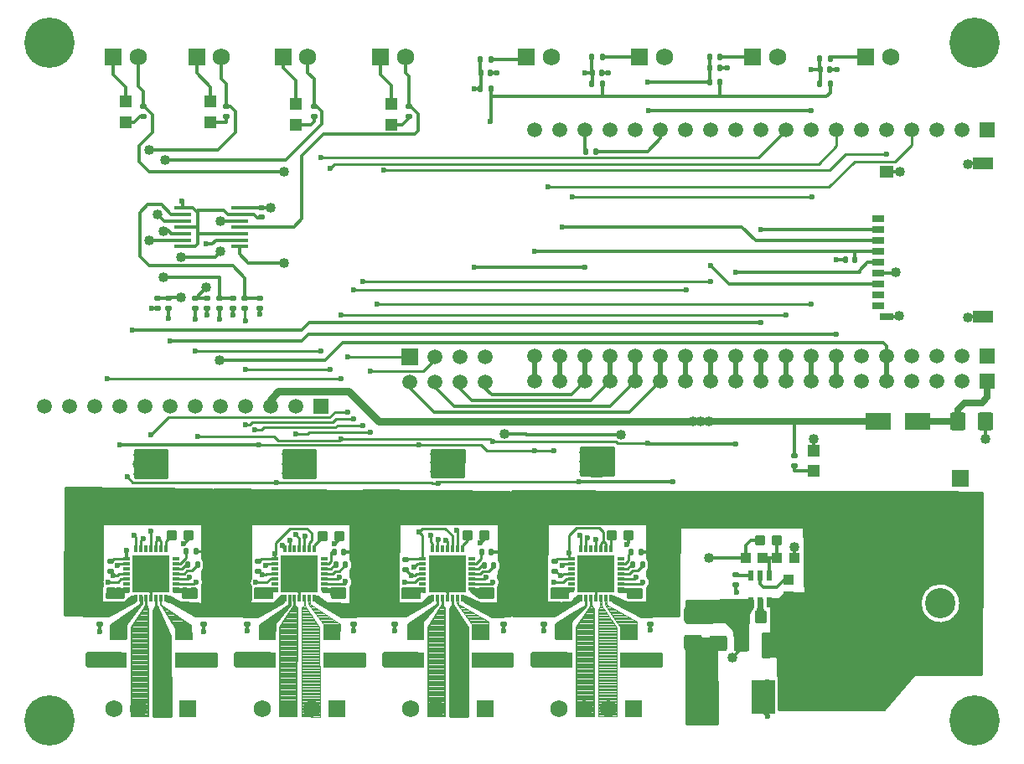
<source format=gbr>
G04 DipTrace 4.1.0.0*
G04 1 - Top.gbr*
%MOIN*%
G04 #@! TF.FileFunction,Copper,L1,Top*
G04 #@! TF.Part,Single*
%AMOUTLINE0*
4,1,28,
-0.027165,-0.047441,
-0.027165,0.047441,
-0.02683,0.049988,
-0.025847,0.052362,
-0.024283,0.054401,
-0.022244,0.055965,
-0.01987,0.056948,
-0.017323,0.057283,
0.017323,0.057283,
0.01987,0.056948,
0.022244,0.055965,
0.024283,0.054401,
0.025847,0.052362,
0.02683,0.049988,
0.027165,0.047441,
0.027165,-0.047441,
0.02683,-0.049988,
0.025847,-0.052362,
0.024283,-0.054401,
0.022244,-0.055965,
0.01987,-0.056948,
0.017323,-0.057283,
-0.017323,-0.057283,
-0.01987,-0.056948,
-0.022244,-0.055965,
-0.024283,-0.054401,
-0.025847,-0.052362,
-0.02683,-0.049988,
-0.027165,-0.047441,
0*%
%AMOUTLINE3*
4,1,28,
0.027165,0.047441,
0.027165,-0.047441,
0.02683,-0.049988,
0.025847,-0.052362,
0.024283,-0.054401,
0.022244,-0.055965,
0.01987,-0.056948,
0.017323,-0.057283,
-0.017323,-0.057283,
-0.01987,-0.056948,
-0.022244,-0.055965,
-0.024283,-0.054401,
-0.025847,-0.052362,
-0.02683,-0.049988,
-0.027165,-0.047441,
-0.027165,0.047441,
-0.02683,0.049988,
-0.025847,0.052362,
-0.024283,0.054401,
-0.022244,0.055965,
-0.01987,0.056948,
-0.017323,0.057283,
0.017323,0.057283,
0.01987,0.056948,
0.022244,0.055965,
0.024283,0.054401,
0.025847,0.052362,
0.02683,0.049988,
0.027165,0.047441,
0*%
%AMOUTLINE6*
4,1,28,
-0.012008,-0.005315,
-0.012008,0.005315,
-0.01182,0.006742,
-0.011269,0.008071,
-0.010394,0.009212,
-0.009252,0.010088,
-0.007923,0.010639,
-0.006496,0.010827,
0.006496,0.010827,
0.007923,0.010639,
0.009252,0.010088,
0.010394,0.009212,
0.011269,0.008071,
0.01182,0.006742,
0.012008,0.005315,
0.012008,-0.005315,
0.01182,-0.006742,
0.011269,-0.008071,
0.010394,-0.009212,
0.009252,-0.010088,
0.007923,-0.010639,
0.006496,-0.010827,
-0.006496,-0.010827,
-0.007923,-0.010639,
-0.009252,-0.010088,
-0.010394,-0.009212,
-0.011269,-0.008071,
-0.01182,-0.006742,
-0.012008,-0.005315,
0*%
%AMOUTLINE9*
4,1,28,
0.012008,0.005315,
0.012008,-0.005315,
0.01182,-0.006742,
0.011269,-0.008071,
0.010394,-0.009212,
0.009252,-0.010088,
0.007923,-0.010639,
0.006496,-0.010827,
-0.006496,-0.010827,
-0.007923,-0.010639,
-0.009252,-0.010088,
-0.010394,-0.009212,
-0.011269,-0.008071,
-0.01182,-0.006742,
-0.012008,-0.005315,
-0.012008,0.005315,
-0.01182,0.006742,
-0.011269,0.008071,
-0.010394,0.009212,
-0.009252,0.010088,
-0.007923,0.010639,
-0.006496,0.010827,
0.006496,0.010827,
0.007923,0.010639,
0.009252,0.010088,
0.010394,0.009212,
0.011269,0.008071,
0.01182,0.006742,
0.012008,0.005315,
0*%
%AMOUTLINE12*
4,1,28,
-0.005315,0.012008,
0.005315,0.012008,
0.006742,0.01182,
0.008071,0.011269,
0.009212,0.010394,
0.010088,0.009252,
0.010639,0.007923,
0.010827,0.006496,
0.010827,-0.006496,
0.010639,-0.007923,
0.010088,-0.009252,
0.009212,-0.010394,
0.008071,-0.011269,
0.006742,-0.01182,
0.005315,-0.012008,
-0.005315,-0.012008,
-0.006742,-0.01182,
-0.008071,-0.011269,
-0.009212,-0.010394,
-0.010088,-0.009252,
-0.010639,-0.007923,
-0.010827,-0.006496,
-0.010827,0.006496,
-0.010639,0.007923,
-0.010088,0.009252,
-0.009212,0.010394,
-0.008071,0.011269,
-0.006742,0.01182,
-0.005315,0.012008,
0*%
%AMOUTLINE15*
4,1,28,
0.005315,-0.012008,
-0.005315,-0.012008,
-0.006742,-0.01182,
-0.008071,-0.011269,
-0.009212,-0.010394,
-0.010088,-0.009252,
-0.010639,-0.007923,
-0.010827,-0.006496,
-0.010827,0.006496,
-0.010639,0.007923,
-0.010088,0.009252,
-0.009212,0.010394,
-0.008071,0.011269,
-0.006742,0.01182,
-0.005315,0.012008,
0.005315,0.012008,
0.006742,0.01182,
0.008071,0.011269,
0.009212,0.010394,
0.010088,0.009252,
0.010639,0.007923,
0.010827,0.006496,
0.010827,-0.006496,
0.010639,-0.007923,
0.010088,-0.009252,
0.009212,-0.010394,
0.008071,-0.011269,
0.006742,-0.01182,
0.005315,-0.012008,
0*%
%AMOUTLINE18*
4,1,28,
0.021653,0.009843,
0.021654,-0.009842,
0.021318,-0.012389,
0.020335,-0.014763,
0.018771,-0.016802,
0.016733,-0.018366,
0.014359,-0.019349,
0.011811,-0.019685,
-0.011811,-0.019685,
-0.014358,-0.01935,
-0.016732,-0.018367,
-0.01877,-0.016803,
-0.020335,-0.014764,
-0.021318,-0.01239,
-0.021653,-0.009843,
-0.021654,0.009842,
-0.021318,0.012389,
-0.020335,0.014763,
-0.018771,0.016802,
-0.016733,0.018366,
-0.014359,0.019349,
-0.011811,0.019685,
0.011811,0.019685,
0.014358,0.01935,
0.016732,0.018367,
0.01877,0.016803,
0.020335,0.014764,
0.021318,0.01239,
0.021653,0.009843,
0*%
%AMOUTLINE21*
4,1,28,
0.031496,0.025984,
0.031496,-0.025984,
0.031174,-0.02843,
0.03023,-0.030709,
0.028729,-0.032666,
0.026772,-0.034167,
0.024493,-0.035111,
0.022047,-0.035433,
-0.022047,-0.035433,
-0.024493,-0.035111,
-0.026772,-0.034167,
-0.028729,-0.032666,
-0.03023,-0.030709,
-0.031174,-0.02843,
-0.031496,-0.025984,
-0.031496,0.025984,
-0.031174,0.02843,
-0.03023,0.030709,
-0.028729,0.032666,
-0.026772,0.034167,
-0.024493,0.035111,
-0.022047,0.035433,
0.022047,0.035433,
0.024493,0.035111,
0.026772,0.034167,
0.028729,0.032666,
0.03023,0.030709,
0.031174,0.02843,
0.031496,0.025984,
0*%
%AMOUTLINE24*
4,1,28,
-0.031496,-0.025984,
-0.031496,0.025984,
-0.031174,0.02843,
-0.03023,0.030709,
-0.028729,0.032666,
-0.026772,0.034167,
-0.024493,0.035111,
-0.022047,0.035433,
0.022047,0.035433,
0.024493,0.035111,
0.026772,0.034167,
0.028729,0.032666,
0.03023,0.030709,
0.031174,0.02843,
0.031496,0.025984,
0.031496,-0.025984,
0.031174,-0.02843,
0.03023,-0.030709,
0.028729,-0.032666,
0.026772,-0.034167,
0.024493,-0.035111,
0.022047,-0.035433,
-0.022047,-0.035433,
-0.024493,-0.035111,
-0.026772,-0.034167,
-0.028729,-0.032666,
-0.03023,-0.030709,
-0.031174,-0.02843,
-0.031496,-0.025984,
0*%
%AMOUTLINE27*
4,1,28,
-0.025984,0.031496,
0.025984,0.031496,
0.02843,0.031174,
0.030709,0.03023,
0.032666,0.028729,
0.034167,0.026772,
0.035111,0.024493,
0.035433,0.022047,
0.035433,-0.022047,
0.035111,-0.024493,
0.034167,-0.026772,
0.032666,-0.028729,
0.030709,-0.03023,
0.02843,-0.031174,
0.025984,-0.031496,
-0.025984,-0.031496,
-0.02843,-0.031174,
-0.030709,-0.03023,
-0.032666,-0.028729,
-0.034167,-0.026772,
-0.035111,-0.024493,
-0.035433,-0.022047,
-0.035433,0.022047,
-0.035111,0.024493,
-0.034167,0.026772,
-0.032666,0.028729,
-0.030709,0.03023,
-0.02843,0.031174,
-0.025984,0.031496,
0*%
%AMOUTLINE30*
4,1,28,
-0.005315,0.012205,
0.005315,0.012205,
0.00664,0.01203,
0.007874,0.011519,
0.008934,0.010706,
0.009747,0.009646,
0.010259,0.008411,
0.010433,0.007087,
0.010433,-0.007087,
0.010259,-0.008411,
0.009747,-0.009646,
0.008934,-0.010706,
0.007874,-0.011519,
0.00664,-0.01203,
0.005315,-0.012205,
-0.005315,-0.012205,
-0.00664,-0.01203,
-0.007874,-0.011519,
-0.008934,-0.010706,
-0.009747,-0.009646,
-0.010259,-0.008411,
-0.010433,-0.007087,
-0.010433,0.007087,
-0.010259,0.008411,
-0.009747,0.009646,
-0.008934,0.010706,
-0.007874,0.011519,
-0.00664,0.01203,
-0.005315,0.012205,
0*%
%AMOUTLINE33*
4,1,28,
0.005315,-0.012205,
-0.005315,-0.012205,
-0.00664,-0.01203,
-0.007874,-0.011519,
-0.008934,-0.010706,
-0.009747,-0.009646,
-0.010259,-0.008411,
-0.010433,-0.007087,
-0.010433,0.007087,
-0.010259,0.008411,
-0.009747,0.009646,
-0.008934,0.010706,
-0.007874,0.011519,
-0.00664,0.01203,
-0.005315,0.012205,
0.005315,0.012205,
0.00664,0.01203,
0.007874,0.011519,
0.008934,0.010706,
0.009747,0.009646,
0.010259,0.008411,
0.010433,0.007087,
0.010433,-0.007087,
0.010259,-0.008411,
0.009747,-0.009646,
0.008934,-0.010706,
0.007874,-0.011519,
0.00664,-0.01203,
0.005315,-0.012205,
0*%
%AMOUTLINE36*
4,1,28,
0.012205,0.005315,
0.012205,-0.005315,
0.01203,-0.00664,
0.011519,-0.007874,
0.010706,-0.008934,
0.009646,-0.009747,
0.008411,-0.010259,
0.007087,-0.010433,
-0.007087,-0.010433,
-0.008411,-0.010259,
-0.009646,-0.009747,
-0.010706,-0.008934,
-0.011519,-0.007874,
-0.01203,-0.00664,
-0.012205,-0.005315,
-0.012205,0.005315,
-0.01203,0.00664,
-0.011519,0.007874,
-0.010706,0.008934,
-0.009646,0.009747,
-0.008411,0.010259,
-0.007087,0.010433,
0.007087,0.010433,
0.008411,0.010259,
0.009646,0.009747,
0.010706,0.008934,
0.011519,0.007874,
0.01203,0.00664,
0.012205,0.005315,
0*%
%AMOUTLINE39*
4,1,28,
-0.012205,-0.005315,
-0.012205,0.005315,
-0.01203,0.00664,
-0.011519,0.007874,
-0.010706,0.008934,
-0.009646,0.009747,
-0.008411,0.010259,
-0.007087,0.010433,
0.007087,0.010433,
0.008411,0.010259,
0.009646,0.009747,
0.010706,0.008934,
0.011519,0.007874,
0.01203,0.00664,
0.012205,0.005315,
0.012205,-0.005315,
0.01203,-0.00664,
0.011519,-0.007874,
0.010706,-0.008934,
0.009646,-0.009747,
0.008411,-0.010259,
0.007087,-0.010433,
-0.007087,-0.010433,
-0.008411,-0.010259,
-0.009646,-0.009747,
-0.010706,-0.008934,
-0.011519,-0.007874,
-0.01203,-0.00664,
-0.012205,-0.005315,
0*%
G04 #@! TA.AperFunction,CopperBalancing*
%ADD13C,0.004724*%
%ADD16C,0.009*%
%ADD17C,0.01*%
%ADD18C,0.012*%
G04 #@! TA.AperFunction,Conductor*
%ADD19C,0.021*%
G04 #@! TA.AperFunction,CopperBalancing*
%ADD20C,0.025*%
G04 #@! TA.AperFunction,Conductor*
%ADD21C,0.03*%
G04 #@! TA.AperFunction,CopperBalancing*
%ADD22C,0.008*%
%ADD24C,0.005906*%
%ADD25C,0.015*%
%ADD29R,0.098425X0.066929*%
G04 #@! TA.AperFunction,ComponentPad*
%ADD30R,0.068898X0.068898*%
%ADD31C,0.068898*%
%ADD32R,0.059055X0.059055*%
%ADD33C,0.059055*%
%ADD34R,0.07X0.07*%
%ADD35C,0.059055*%
%ADD36R,0.09252X0.137795*%
%ADD37R,0.047244X0.047244*%
G04 #@! TA.AperFunction,ComponentPad*
%ADD38C,0.2*%
%ADD39R,0.070866X0.062992*%
%ADD40R,0.03937X0.043307*%
%ADD41R,0.043307X0.03937*%
%ADD42R,0.051181X0.027559*%
%ADD43R,0.07874X0.047244*%
%ADD44R,0.055118X0.047244*%
%ADD45R,0.055118X0.031496*%
G04 #@! TA.AperFunction,ComponentPad*
%ADD46R,0.12X0.12*%
%ADD47C,0.12*%
%ADD49R,0.027559X0.011811*%
%ADD50R,0.011811X0.027559*%
%ADD51R,0.145669X0.145669*%
%ADD52R,0.070866X0.015748*%
%ADD55R,0.023622X0.03937*%
G04 #@! TA.AperFunction,ViaPad*
%ADD56C,0.023622*%
%ADD58C,0.04*%
%ADD123OUTLINE0*%
%ADD126OUTLINE3*%
%ADD129OUTLINE6*%
%ADD132OUTLINE9*%
%ADD135OUTLINE12*%
%ADD138OUTLINE15*%
%ADD141OUTLINE18*%
%ADD144OUTLINE21*%
%ADD147OUTLINE24*%
%ADD150OUTLINE27*%
%ADD153OUTLINE30*%
%ADD156OUTLINE33*%
%ADD159OUTLINE36*%
%ADD162OUTLINE39*%
%FSLAX26Y26*%
G04*
G70*
G90*
G75*
G01*
G04 Top*
%LPD*%
X763500Y1156291D2*
D16*
X770291D1*
X779655Y1165655D1*
X827067D1*
X1353130Y1156291D2*
X1357079D1*
X1366440Y1165652D1*
X1417618D1*
X1938244Y1162291D2*
X1943787D1*
X1947151Y1165655D1*
X2006365D1*
X2531732Y1156291D2*
X2541093Y1165652D1*
X2596916D1*
X1417618D2*
D17*
Y1186550D1*
X1354000Y1618500D2*
D18*
X802500D1*
X827068Y1201087D2*
Y1176655D1*
D17*
X827067D1*
Y1165655D1*
X1354000Y1618500D2*
D16*
X1993134D1*
X2238500D1*
X2261500Y1595500D1*
X2450249D1*
Y1597000D1*
X2527000D1*
X2589735Y1189395D2*
Y1165652D1*
X2596916D1*
X1555415Y1205026D2*
Y1228915D1*
X1564500Y1238000D1*
Y1268000D1*
X1545000Y1287500D1*
X1479500D1*
X1420930Y1228930D1*
Y1189861D1*
X1417618Y1186550D1*
X2734713Y1205026D2*
Y1226787D1*
X2729136Y1232364D1*
X2720364D1*
X2715028Y1227028D1*
Y1205026D1*
X2720364Y1232364D2*
X2723500Y1235500D1*
Y1272000D1*
X2707500Y1288000D1*
X2618000D1*
X2589735Y1259735D1*
Y1189395D1*
X1993134Y1274366D2*
X2006365Y1261134D1*
Y1165655D1*
X3819591Y2387961D2*
D18*
X3725791D1*
X2453054D1*
X3725791Y2356500D2*
Y2387961D1*
X2276776Y3037749D2*
Y3006500D1*
X2720278D1*
X3189276D1*
X3612751D1*
X3626777Y3020526D1*
Y3056500D1*
X3189276Y3062751D2*
Y3006500D1*
X2720278Y3054530D2*
Y3006500D1*
X2275249Y2906499D2*
X2276776Y2908025D1*
Y3037749D1*
X2453054Y1974310D2*
D19*
Y1874310D1*
X2124478Y1205026D2*
D16*
Y1258024D1*
X2095000Y1287500D1*
X2006268D1*
X1993134Y1274366D1*
X3349610Y1241054D2*
D18*
X3312209D1*
X3290555Y1219400D1*
Y1170188D1*
X1278517Y2562185D2*
X1362689D1*
X1363772Y2563268D1*
X1386525D1*
X1400255Y2549538D1*
Y2562751D1*
X3122248Y617038D2*
Y659752D1*
X3077000Y705000D1*
X3122248Y617038D2*
X3115462D1*
X3076000Y656500D1*
X3122248Y617038D2*
X3085538D1*
X3072500Y604000D1*
X3122248Y617038D2*
Y597748D1*
X3073500Y549000D1*
X3290555Y1170188D2*
X3145188D1*
X3144000Y1169000D1*
X3818213Y1712751D2*
D20*
X3484993D1*
X3144000D1*
D18*
X3112751D1*
X3081500D1*
Y1712749D1*
X1400255Y1771215D2*
D21*
Y1800255D1*
X1431500Y1831500D1*
X1712749D1*
X1831500Y1712749D1*
X3081500D1*
X3484993Y1576776D2*
D18*
Y1712751D1*
X925495Y1008178D2*
D17*
Y1032098D1*
D18*
Y1073134D1*
Y1106600D1*
X2695346Y1008177D2*
D17*
Y1106598D1*
X2695344D1*
X1307386Y906205D2*
D18*
Y880220D1*
X1309354Y878252D1*
X3274807Y833573D2*
Y807983D1*
X3239374Y772550D1*
X3483469Y1170188D2*
Y1213495D1*
X925495Y1106600D2*
D17*
X913047Y1119047D1*
X890063Y1142031D1*
D18*
X915654D1*
D17*
X902858Y1129236D1*
X925495Y1106600D2*
X938696Y1119802D1*
X938698D1*
X945180Y1126283D1*
Y1142031D1*
D18*
X915654Y1112505D1*
Y1142031D1*
X945180Y1126283D2*
D17*
Y1112504D1*
D18*
Y1086000D1*
Y1073134D1*
X925495D1*
X890063D1*
Y1085500D1*
Y1106600D1*
D17*
Y1112504D1*
D18*
Y1142031D1*
X925495Y1106600D2*
D17*
X945180Y1086915D1*
X974500D1*
Y1085500D1*
Y1073134D1*
D18*
X945180D1*
X925495Y1106600D2*
D17*
X957030Y1138136D1*
X957031D1*
X964865Y1145970D1*
X974709Y1142031D1*
D18*
X945180D1*
X974709D2*
Y1116000D1*
Y1102663D1*
X945180Y1073134D1*
X1732583Y906205D2*
Y878252D1*
X1894000Y906205D2*
Y878252D1*
X2327071Y906205D2*
Y878252D1*
X1516049Y1008177D2*
D17*
Y1032100D1*
D18*
X1516046D1*
Y1106598D1*
X2104793Y1008178D2*
D17*
Y1032101D1*
D18*
Y1106600D1*
X2638094Y1165654D2*
D17*
X2655972D1*
Y1145971D1*
X2695344Y1106598D1*
D18*
Y1108404D1*
X2638094Y1165654D1*
X2693213D2*
D17*
X2715028D1*
Y1126282D1*
X2695344Y1106598D1*
X2724709Y1165654D2*
X2734713D1*
Y1145967D1*
X2695344Y1106598D1*
X2693213D2*
D18*
Y1134157D1*
X2724709Y1165654D1*
X2752268D1*
Y1106598D1*
X2755205D1*
X2724709D1*
Y1047543D1*
X2728646D1*
X2755205D1*
Y1048543D1*
X2728646Y1047543D2*
X2697150D1*
X2669591D1*
X2638094D1*
Y1106598D1*
X2665654D1*
Y1165654D1*
X2638094Y1106598D2*
Y1165654D1*
X974000Y1054500D2*
X941000D1*
Y1054000D1*
X909500D1*
Y1054500D1*
X874000D1*
Y1054000D1*
X1571000Y1057000D2*
X1538500D1*
Y1056000D1*
X1502000D1*
Y1057000D1*
X1465500D1*
Y1107500D1*
X1465000D1*
X1503500D1*
Y1107000D1*
X1539000D1*
Y1106500D1*
X1570000D1*
Y1108500D1*
X1575102D1*
Y1165654D1*
X1570000D1*
Y1161000D1*
X1532000D1*
Y1163000D1*
X1502000D1*
Y1161500D1*
X1465000D1*
Y1161000D1*
X2164654Y1048043D2*
X2138094D1*
Y1047543D1*
X2106598D1*
X2079039D1*
X2047543D1*
Y1106598D1*
X2075102D1*
X2102661D1*
X2134157D1*
X2165154D1*
Y1162217D1*
X2161717Y1165654D1*
X2134157D1*
X2102661D1*
X2075102D1*
X2047543D1*
X2488488Y906205D2*
Y879751D1*
X2487982Y879244D1*
X1278517Y2536594D2*
X1334168D1*
X1347041Y2523722D1*
X1362808D1*
X1363772Y2524685D1*
X1050171Y2562185D2*
X1093018D1*
X1112751Y2542453D1*
Y2485413D1*
X1050171D1*
X1112000D1*
Y2459824D1*
Y2418499D1*
X1102143Y2408642D1*
X1050178D1*
X950102Y2163732D2*
X927119D1*
X926720Y2163333D1*
X1358555Y2163732D2*
Y2139934D1*
X1359144Y2139345D1*
X1148407Y2163732D2*
Y2137461D1*
X1148492Y2137375D1*
X1252770Y2163732D2*
Y2137235D1*
X1253226Y2136780D1*
X1050171Y2562185D2*
Y2587266D1*
X1048782Y2588655D1*
X720772Y906205D2*
Y875772D1*
X720000Y875000D1*
X1134157Y906205D2*
Y878684D1*
X1135136Y877705D1*
X2911717Y906205D2*
Y882189D1*
X2823528Y1259000D2*
Y1228528D1*
X2819000Y1224000D1*
X1278517Y2536594D2*
X1232655D1*
X1215249Y2554000D1*
X1112751D1*
Y2542453D1*
X1278517Y2459823D2*
X1112000Y2459824D1*
X3687209Y2356500D2*
X3650249D1*
X776037Y3164274D2*
Y3093213D1*
X825249Y3044000D1*
Y2985339D1*
X1107248Y3164273D2*
Y3099501D1*
X1162749Y3044000D1*
Y2985339D1*
X1451037Y3164274D2*
Y3118213D1*
X1500249Y3069000D1*
Y2976921D1*
X1838538Y3164274D2*
Y3093211D1*
X1881500Y3050249D1*
Y2976921D1*
X2275791Y3100249D2*
X2300249D1*
X2719294D2*
X2744000D1*
X3625793Y3112751D2*
X3656500D1*
X3188291Y3119000D2*
X3219000D1*
X4234945Y2128118D2*
X4178117D1*
X4175249Y2125251D1*
X3853055Y2128118D2*
X3896867D1*
X3900249Y2131500D1*
X3819591Y2301346D2*
X3882597D1*
X3887751Y2306500D1*
X3853055Y2706071D2*
X3906071D1*
X3906500Y2706500D1*
X4234945Y2739142D2*
X4176640D1*
X4175249Y2737751D1*
X3559993Y1597839D2*
Y1641243D1*
X3562751Y1644000D1*
X4244787Y1712751D2*
Y1644787D1*
X4244000Y1644000D1*
X2252024Y1259000D2*
D16*
Y1244024D1*
X2236000Y1228000D1*
X763500Y1117709D2*
Y1112000D1*
X775500Y1100000D1*
X791000D1*
X797600Y1106600D1*
X827067D1*
X1023916Y1086915D2*
X1072415D1*
X1078500Y1093000D1*
X945180Y1205026D2*
Y1237680D1*
X954500Y1247000D1*
X964865Y1205026D2*
Y1236636D1*
X954500Y1247000D1*
X886125Y1205026D2*
Y1238625D1*
X894500Y1247000D1*
X1074965Y1259001D2*
Y1245965D1*
X1055500Y1226500D1*
X1353130Y1117709D2*
Y1117370D1*
X1367000Y1103500D1*
X1383000D1*
X1386097Y1106597D1*
X1417619D1*
X1676465Y1256000D2*
Y1247465D1*
X1655000Y1226000D1*
X1476675Y1205025D2*
Y1236675D1*
X1479000Y1239000D1*
X1535730Y1205026D2*
Y1253230D1*
X1539500Y1257000D1*
X1614469Y1086916D2*
X1667416D1*
X1673500Y1093000D1*
X2144163Y1205026D2*
Y1276337D1*
X2142500Y1278000D1*
X2065423Y1205026D2*
Y1240923D1*
X2067500Y1243000D1*
X1938244Y1123709D2*
X1939791D1*
X1962500Y1101000D1*
X1974500D1*
X1980100Y1106600D1*
X2006365D1*
X2203214Y1086915D2*
X2253915D1*
X2259000Y1092000D1*
X2531732Y1117709D2*
X2534291D1*
X2553500Y1098500D1*
X2559500D1*
X2567597Y1106597D1*
X2596917D1*
X2655972Y1205025D2*
Y1241472D1*
X2663000Y1248500D1*
X2793766Y1086916D2*
X2847416D1*
X2854000Y1093500D1*
X873000Y1085500D2*
D18*
X890063D1*
X940500Y1086000D2*
X945180D1*
X974500Y1085500D2*
D17*
D3*
X910000Y1116000D2*
X913047Y1119047D1*
X973000Y1116000D2*
D18*
X974709D1*
X971500Y1156000D2*
D17*
X957031Y1138136D1*
X940500Y1118000D2*
X938698Y1119802D1*
X3461815Y1081605D2*
D18*
X3444098D1*
X3414571Y1052077D1*
X3361421D1*
X3347642Y1065857D1*
Y1100306D1*
X1104291Y1195000D2*
D17*
X1141500D1*
X2279433Y1194000D2*
D18*
X2306500D1*
X2337749Y1162751D1*
X2873921Y1194000D2*
X2894000D1*
X2919000Y1169000D1*
X1692819Y1194000D2*
X1737749D1*
X1756500Y1175249D1*
X1500249Y2894244D2*
X1562507D1*
X1575251Y2906988D1*
Y2925493D1*
X3310240Y1100306D2*
X3255713D1*
X3253154Y1102865D1*
X3360437Y617038D2*
Y556999D1*
X3379138Y538298D1*
Y565857D1*
Y593416D1*
Y620975D1*
Y648534D1*
Y676093D1*
X3253154Y1064282D2*
Y1034361D1*
X3255122Y1032392D1*
X3416539Y1170188D2*
X3389186D1*
X3357484D1*
X3385043Y1100306D2*
Y1166045D1*
X3389186Y1170188D1*
X3416539Y1241054D2*
Y1170188D1*
X1417621Y1086912D2*
D16*
X1400412D1*
X1386500Y1073000D1*
X1342000D1*
X1300500Y1699000D2*
X1318000D1*
X1328000Y1709000D1*
X1648500D1*
X1661500Y1722000D1*
X1733000D1*
Y2237751D2*
X3056500D1*
X3050249Y1969000D2*
D19*
Y1877136D1*
X3053054Y1874332D1*
X827067Y1047545D2*
D16*
X802545D1*
X798000Y1043000D1*
X760000D2*
D18*
Y1020000D1*
X798000Y1043000D2*
Y1020000D1*
X866440Y1205026D2*
D16*
Y1250301D1*
X856598Y1260142D1*
X832000Y1491500D2*
X852500Y1471000D1*
X1426000D1*
X2041000D1*
X2046000Y1466000D1*
X2068500D1*
X2075500Y1473000D1*
X2627500D1*
X2630500Y1259500D2*
X2636287Y1253713D1*
Y1205024D1*
X1456990D2*
X1448500Y1213513D1*
Y1220154D1*
X2045738Y1205026D2*
Y1225762D1*
X2039500Y1232000D1*
Y1258000D1*
X3000249Y1473000D2*
D18*
X2627500D1*
X2695525Y2787751D2*
X2900251D1*
X2953054Y2840554D1*
Y2874328D1*
X3586226Y3156500D2*
Y3112751D1*
X3587210D1*
Y3057484D1*
X3586226Y3056500D1*
X2906500Y2950249D2*
X3550249D1*
Y3112751D2*
X3587210D1*
X1954798Y1868990D2*
Y1845701D1*
X2050249Y1750249D1*
X2828975D1*
X2953054Y1874328D1*
Y1974328D2*
D19*
Y1874328D1*
X827067Y1086915D2*
D16*
X806415D1*
X794000Y1074500D1*
X756500D1*
X750249Y1881500D2*
X1682000D1*
Y2137751D2*
X3453054D1*
Y1974346D2*
D19*
Y1874346D1*
X827067Y1145970D2*
D16*
X799970D1*
X792000Y1138000D1*
X849945Y2075251D2*
D18*
X1525251D1*
X1556500Y2106500D1*
X3350249D1*
X3353054Y1974343D2*
D19*
Y1874343D1*
X984550Y1205026D2*
D16*
Y1235513D1*
X1008035Y1258999D1*
X1954790Y1968990D2*
X1708000D1*
Y1750500D2*
X1657500D1*
X1635500Y1728500D1*
X995025D1*
X925495Y1658970D1*
Y1277079D2*
Y1205026D1*
X1023916Y1145970D2*
X1040970D1*
X1065709Y1170709D1*
Y1195000D1*
X3819591Y2431268D2*
D18*
X3331732D1*
X3275249Y2487751D1*
X2562751D1*
X3819591Y2258039D2*
X3223710D1*
X3150249Y2331500D1*
X3819591Y2474575D2*
X3350925D1*
X3819591Y2344654D2*
X3775904D1*
X3743997Y2312747D1*
Y2306500D1*
X3253054D1*
X2679727Y3164274D2*
Y3100249D1*
X2680711D1*
Y3054530D1*
X2679727D1*
X2650251Y3100249D2*
X2680711D1*
X2154798Y1869004D2*
Y1841702D1*
X2200249Y1796251D1*
X2674984D1*
X2753054Y1874320D1*
Y1974320D2*
D19*
Y1874320D1*
X2900249Y3062751D2*
D18*
X3148724D1*
Y3118016D1*
X3149709Y3119000D1*
Y3164273D1*
X3148723D1*
X2054798Y1868996D2*
Y1849951D1*
X2131500Y1773249D1*
X2751979D1*
X2853054Y1874324D1*
Y1974324D2*
D19*
Y1874324D1*
X2006366Y1145970D2*
D16*
X1983970D1*
X1970000Y1132000D1*
X1850251Y2712749D2*
X3625249D1*
X3687751Y2775251D1*
X3853054D1*
X2596917Y1145967D2*
X2569664D1*
X2561791Y1138094D1*
X2600249Y2606500D2*
X3556500D1*
X1417619Y1145967D2*
X1390062D1*
X1382189Y1138094D1*
X1337500Y1679500D2*
X1365500D1*
X1375500Y1689500D1*
X1660000D1*
X1665500Y1695000D1*
X1769500D1*
Y2269000D2*
X3150249D1*
X3153054Y1974335D2*
D19*
Y1874335D1*
X2596919Y1086912D2*
D16*
X2578911D1*
X2565089Y1073091D1*
X2528734D1*
X2506320Y2645873D2*
X3622625D1*
X3723364Y2746612D1*
X3885741D1*
X3953054Y2813924D1*
Y2874365D1*
X3553054Y1974350D2*
D19*
Y1874350D1*
X2006366Y1086915D2*
D16*
X1988915D1*
X1975000Y1073000D1*
X1934500D1*
X1825577Y2179710D2*
X3553054D1*
X2054790Y1968996D2*
Y1961041D1*
X2006717Y1912967D1*
X1797500D1*
Y1670000D2*
X1555000D1*
X1547500Y1662500D1*
X1500500D1*
Y1262500D2*
X1516045Y1246955D1*
Y1205026D1*
X1162749Y2902661D2*
D18*
X1223328D1*
X1225251Y2904584D1*
Y2925493D1*
X825249Y2902661D2*
X858424D1*
X881256Y2925493D1*
X894001D1*
X1198307Y1956500D2*
X1619000D1*
X1687749Y2025249D1*
X3837751D1*
X3850249Y2012751D1*
Y1977165D1*
X3853054Y1974361D1*
X1199587Y2119000D2*
Y2163732D1*
X3853054Y1974361D2*
D19*
Y1874361D1*
X874462Y3164274D2*
D18*
Y3044790D1*
X894001Y3025251D1*
Y2966045D1*
X1278517Y2408642D2*
Y2378232D1*
X1312749Y2344000D1*
X1456500D1*
Y2706500D2*
X919000D1*
X879000Y2746500D1*
Y2810249D1*
X931500Y2862749D1*
Y2931500D1*
X896957Y2966043D1*
X894000D1*
X894001Y2966045D1*
X1000255Y2031500D2*
X1523501D1*
X1550251Y2058249D1*
X3650249D1*
X996537Y2163732D2*
Y2122713D1*
X3653054Y1974353D2*
D19*
Y1874353D1*
X1881500Y2894244D2*
D18*
X1925493D1*
X1950249Y2919000D1*
Y2925493D1*
X2236224Y3154136D2*
Y3101234D1*
X2237209Y3100249D1*
Y3038734D1*
X2236224Y3037749D1*
X2653054Y2325249D2*
X2212751D1*
Y3037749D2*
X2236224D1*
X2254798Y1869010D2*
Y1844455D1*
X2280253Y1819000D1*
X2597738D1*
X2653054Y1874316D1*
Y1974316D2*
D19*
Y1874316D1*
X1100255Y2119004D2*
D18*
X1103134Y2121883D1*
Y2163732D1*
X1100255Y1993199D2*
D16*
X1600249D1*
Y2762749D2*
X3341457D1*
X3453054Y2874346D1*
X2553054Y1974314D2*
D19*
Y1874314D1*
X3189274Y3164276D2*
D18*
Y3162751D1*
X3294333D1*
X3295857Y3164274D1*
X3319787D1*
X1300255Y2112755D2*
D16*
X1299606Y2113403D1*
Y2163732D1*
X1300255Y1919917D2*
X1637751D1*
Y2719001D2*
X1656500Y2737751D1*
X3581501D1*
X3653054Y2809303D1*
Y2874353D1*
X3626777Y3156500D2*
D18*
Y3162751D1*
X3769787D1*
Y3164274D1*
X2869787D2*
Y3168210D1*
X2865852Y3164274D1*
X2720278D1*
X2276776Y3154136D2*
X2409651D1*
X2419789Y3164274D1*
X2104793Y1205026D2*
D16*
Y1235207D1*
X2099500Y1240500D1*
X1575100Y1205028D2*
Y1219600D1*
X1609535Y1254035D1*
Y1256000D1*
X2331500Y1664500D2*
D18*
X2419005D1*
Y1660000D1*
X2794000D1*
X2695343Y1242264D2*
D17*
Y1205025D1*
X1614467Y1145972D2*
D16*
X1630972D1*
X1641500Y1156500D1*
Y1194000D1*
X1654236D1*
X3484993Y1536224D2*
D18*
Y1515161D1*
X3559993D1*
X1936963Y3164274D2*
Y3101037D1*
X1950249Y3087751D1*
Y2966045D1*
X1959457D1*
X1987751Y2937751D1*
Y2869001D1*
X1975249Y2856500D1*
X1612751D1*
X1525249Y2768999D1*
Y2519000D1*
X1494000Y2487751D1*
X1280854D1*
X1278517Y2485413D1*
X1071709Y1141500D2*
D16*
X1065000D1*
X1049785Y1126285D1*
X1023916D1*
Y1106600D2*
X1057600D1*
X1069500Y1118500D1*
X1087291D1*
X1110291Y1141500D1*
X1614469Y1126287D2*
X1640787D1*
X1656000Y1141500D1*
X1661209D1*
X2163848Y1205026D2*
Y1218348D1*
X2185094Y1239594D1*
Y1259000D1*
X1699791Y1141500D2*
X1697500D1*
X1673500Y1117500D1*
X1659500D1*
X1648602Y1106602D1*
X1614469D1*
X2203214Y1145970D2*
X2218470D1*
X2237500Y1165000D1*
Y1194000D1*
X2240850D1*
X2754398Y1205028D2*
D17*
Y1256799D1*
X2756598Y1259000D1*
X2793765Y1145972D2*
X2810972D1*
X2825500Y1160500D1*
Y1182500D1*
X2835339Y1192339D1*
Y1194000D1*
X2250850Y1140000D2*
D16*
X2240500D1*
X2226785Y1126285D1*
X2203214D1*
X2289433Y1140000D2*
Y1136433D1*
X2269500Y1116500D1*
X2245000D1*
X2235100Y1106600D1*
X2203214D1*
X2793766Y1126287D2*
X2820787D1*
X2836000Y1141500D1*
X2841839D1*
X2793766Y1106602D2*
X2829602D1*
X2841500Y1118500D1*
X2860500D1*
X2880421Y1138421D1*
Y1141500D1*
X1575251Y2966045D2*
D18*
Y3075248D1*
X1549462Y3101037D1*
Y3164274D1*
X1050171Y2511004D2*
X977996D1*
X952000Y2537000D1*
X983000Y2752000D2*
X1461188D1*
X1606000Y2896812D1*
Y2944812D1*
X1584768Y2966045D1*
X1575251D1*
X1225251D2*
Y3056499D1*
X1205673Y3076076D1*
Y3164276D1*
X1050171Y2434232D2*
X918000D1*
Y2791997D2*
X1191997D1*
X1262000Y2862000D1*
Y2946000D1*
X1241955Y2966045D1*
X1225251D1*
X1050171Y2459823D2*
X1006177D1*
X994000Y2472000D1*
X978049D1*
X975249Y2469201D1*
Y2287751D2*
X1199587D1*
Y2204283D1*
X1252770D1*
X1299606D2*
X1358555D1*
X1299606D2*
Y2282143D1*
X1250249Y2331500D1*
X919000D1*
X881500Y2369000D1*
Y2544500D1*
X912249Y2575249D1*
X966751D1*
X1005406Y2536594D1*
X1050171D1*
X1278517Y2434232D2*
X1184232D1*
X1169000Y2419000D1*
X1144000D1*
Y2245001D2*
X1103282Y2204283D1*
X1103134D1*
X1148407D1*
X1278517Y2511004D2*
X1202529D1*
Y2388529D2*
X1180004Y2366004D1*
X1044000D1*
Y2206500D2*
X996537D1*
Y2204283D1*
X950102D1*
X3975693Y1712751D2*
D20*
X4134551D1*
Y1759551D1*
X4162751Y1787751D1*
X4231501D1*
X4253054Y1809303D1*
Y1874375D1*
X2653054Y2874316D2*
D18*
Y2789671D1*
X2654974Y2787751D1*
X2793766Y1067231D2*
D16*
X2881500D1*
Y1073500D1*
X2902500Y1626000D2*
X2782000D1*
X2776500Y1631500D1*
X2286500D1*
X2274000Y1644000D1*
X1680500D1*
X1674000Y1637500D1*
X1432000D1*
X1415500Y1654000D1*
X1110819D1*
X1104000Y1074000D2*
X1100728D1*
X1093958Y1067230D1*
X1023916D1*
X2203214D2*
X2285500D1*
Y1073000D1*
X1614469Y1067231D2*
X1699500D1*
Y1075000D1*
X2902500Y1626000D2*
D18*
Y1624500D1*
X3250249D1*
X3253054Y1974339D2*
D19*
Y1874339D1*
D56*
X1417618Y1186550D3*
X1354000Y1618500D3*
X802500D3*
X827068Y1201087D3*
X2527000Y1597000D3*
X2589735Y1189395D3*
X1354000Y1618500D3*
X2589735Y1189395D3*
X1993134Y1274366D3*
Y1618500D3*
X2453054Y2387961D3*
X2275249Y2906499D3*
X2453054Y2387961D3*
X2450249Y1595500D3*
X1993134Y1274366D3*
D58*
X1400255Y2562751D3*
D56*
X1342000Y1073000D3*
X1300500Y1699000D3*
X1733000Y1722000D3*
Y2237751D3*
X3056500D3*
X856598Y1260142D3*
X832000Y1491500D3*
X2627500Y1473000D3*
X2630500Y1259500D3*
X1448500Y1220154D3*
X1426000Y1471000D3*
X2039500Y1258000D3*
X2068500Y1466000D3*
X3000249Y1473000D3*
X2906500Y2950249D3*
X3550249D3*
Y3112751D3*
X756500Y1074500D3*
X750249Y1881500D3*
X1682000D3*
Y2137751D3*
X3453054D3*
X849945Y2075251D3*
X3350249Y2106500D3*
X1708000Y1968990D3*
Y1750500D3*
X925495Y1658970D3*
Y1277079D3*
X2562751Y2487751D3*
X3150249Y2331500D3*
X3350925Y2474575D3*
X3253054Y2306500D3*
X2650251Y3100249D3*
X2900249Y3062751D3*
X1970000Y1132000D3*
X1850251Y2712749D3*
X3853054Y2775251D3*
X2561791Y1138094D3*
X2600249Y2606500D3*
X3556500D3*
X1382189Y1138094D3*
X1337500Y1679500D3*
X1769500Y1695000D3*
Y2269000D3*
X3150249D3*
X2528734Y1073091D3*
X2506320Y2645873D3*
X1934500Y1073000D3*
X1825577Y2179710D3*
X3553054D3*
X1797500Y1912967D3*
Y1670000D3*
X1500500Y1662500D3*
Y1262500D3*
D58*
X1198307Y1956500D3*
D56*
X1199587Y2119000D3*
D58*
X1456500Y2344000D3*
Y2706500D3*
D56*
X1000255Y2031500D3*
X3650249Y2058249D3*
X996537Y2122713D3*
X2653054Y2325249D3*
X2212751D3*
Y3037749D3*
X1100255Y2119004D3*
X1600249Y1993199D3*
Y2762749D3*
X1100255Y1993199D3*
X1300255Y2112755D3*
X1637751Y1919917D3*
Y2719001D3*
X1300255Y1919917D3*
X2099500Y1240500D3*
D58*
X2331500Y1664500D3*
X2794000Y1660000D3*
D56*
X2695343Y1242264D3*
D58*
X952000Y2537000D3*
X983000Y2752000D3*
X918000Y2434232D3*
Y2791997D3*
X975249Y2469201D3*
Y2287751D3*
D56*
X1144000Y2419000D3*
D58*
Y2245001D3*
X1202529Y2511004D3*
Y2388529D3*
X1044000Y2366004D3*
Y2206500D3*
D56*
X2881500Y1073500D3*
X2902500Y1626000D3*
X1110819Y1654000D3*
X1104000Y1074000D3*
X2285500Y1073000D3*
X2286500Y1631500D3*
X1699500Y1075000D3*
X1680500Y1644000D3*
X3250249Y1624500D3*
X2902500Y1626000D3*
X798000Y1043000D3*
D58*
X3144000Y1169000D3*
X3077000Y705000D3*
D56*
X760000Y1043000D3*
X716835Y779827D3*
Y748331D3*
X681402Y779827D3*
Y748331D3*
X1096000Y1042000D3*
X1061000Y1042500D3*
X1096000Y1020000D3*
X1062000Y1019500D3*
X1171433Y779000D3*
Y747504D3*
X1136000Y779000D3*
Y747504D3*
X792000Y1138000D3*
X1135136Y877705D3*
X720000Y875000D3*
X1055500Y1226500D3*
D58*
X975000Y1580000D3*
X974000Y1544000D3*
Y1506000D3*
X874000Y1580000D3*
X873000Y1542000D3*
X874000Y1504000D3*
X1565551Y1581969D3*
X1564551Y1545969D3*
Y1507969D3*
X1464551Y1581969D3*
X1463551Y1543969D3*
X1464551Y1505969D3*
X2156102Y1581969D3*
X2155102Y1545969D3*
Y1507969D3*
X2055000Y1584500D3*
X2056500Y1549000D3*
X2055500Y1511500D3*
X2750591Y1589843D3*
X2749591Y1553843D3*
Y1515843D3*
X2649591Y1589843D3*
X2648591Y1551843D3*
X2649591Y1513843D3*
D56*
X2819000Y1224000D3*
X2236000Y1228000D3*
X1655000Y1226000D3*
X1307386Y779827D3*
Y748331D3*
X1271953Y779827D3*
Y748331D3*
X1761984Y779000D3*
Y747504D3*
X1726551Y779000D3*
Y747504D3*
X1895969Y779827D3*
Y748331D3*
X1860535Y779827D3*
Y748331D3*
X2350567Y779000D3*
Y747504D3*
X2315134Y779000D3*
Y747504D3*
X2488488Y779827D3*
Y748331D3*
X2453055Y779827D3*
Y748331D3*
X2943087Y779000D3*
Y747504D3*
X2907654Y779000D3*
Y747504D3*
X1381402Y1040457D3*
X1349118Y1017909D3*
X1380614Y1017622D3*
X1349118Y1040744D3*
X1684051Y1042000D3*
X1651551D3*
X1684551Y1019000D3*
X1651551D3*
X1969984Y1039957D3*
X1937701Y1017909D3*
X1969697Y1017122D3*
X1937701Y1040744D3*
X2273134Y1042000D3*
X2240134Y1042500D3*
X2273134Y1019500D3*
X2240134Y1020500D3*
X2560535Y1040457D3*
X2528252Y1018409D3*
X2559748Y1017622D3*
X2528252Y1041244D3*
X2863685Y1041000D3*
X2830685D3*
X2863685Y1019000D3*
X2830685Y1018500D3*
X1309354Y878252D3*
X1732583D3*
X1894000D3*
X2327071D3*
X2487982Y879244D3*
X2911717Y882189D3*
X3338768Y949715D3*
X3339768Y926093D3*
X3362421D3*
X3361421Y949715D3*
X3379138Y538298D3*
Y565857D3*
Y593416D3*
Y620975D3*
Y648534D3*
Y676093D3*
X3255122Y1032392D3*
D58*
X3239374Y772550D3*
X3076000Y656500D3*
X3072500Y604000D3*
X3483469Y1213495D3*
X3073500Y549000D3*
X3144000Y1712751D3*
X3112751D3*
X3081500Y1712749D3*
D56*
X3650249Y2356500D3*
X2300249Y3100249D3*
X2744000D3*
X1412751Y1387751D3*
Y1362751D3*
Y1337751D3*
X3656500Y3112751D3*
X3219000Y3119000D3*
D58*
X3906500Y2706500D3*
X4175249Y2737751D3*
X3900249Y2131500D3*
X4175249Y2125251D3*
X3887751Y2306500D3*
X3562751Y1644000D3*
X4244000D3*
D56*
X760000Y1020000D3*
X798000D3*
X775500Y1100000D3*
X1078500Y1093000D3*
X954500Y1247000D3*
X894500D3*
X1367000Y1103500D3*
X1479000Y1239000D3*
X1539500Y1257000D3*
X1673500Y1093000D3*
X2142500Y1278000D3*
X2067500Y1243000D3*
X1962500Y1101000D3*
X2259000Y1092000D3*
X2553500Y1098500D3*
X2663000Y1248500D3*
X2854000Y1093500D3*
X873000Y1085500D3*
X910000Y1087000D3*
X940500Y1086000D3*
X974500Y1085500D3*
X873000Y1118500D3*
X870500Y1156500D3*
X909500Y1157000D3*
X910000Y1116000D3*
X973000D3*
X971500Y1156000D3*
X938000Y1157000D3*
X940500Y1118000D3*
X926720Y2163333D3*
X1359144Y2139345D3*
X1253226Y2136780D3*
X1148492Y2137375D3*
X1048782Y2588655D3*
X2638094Y1165654D3*
X2665654D3*
X2693213D3*
X2724709D3*
X2752268D3*
X2638094Y1106598D3*
X2665654D3*
X2693213D3*
X2724709D3*
X2755205D3*
X2638094Y1047543D3*
X2669591D3*
X2697150D3*
X2728646D3*
X2755205Y1048543D3*
X2047543Y1165654D3*
X2075102D3*
X2102661D3*
X2134157D3*
X2161717D3*
X2047543Y1106598D3*
X2075102D3*
X2102661D3*
X2134157D3*
X2165154D3*
X2047543Y1047543D3*
X2079039D3*
X2106598D3*
X2138094D3*
X2164654Y1048043D3*
X1465000Y1161000D3*
X1502000Y1161500D3*
X1532000Y1163000D3*
X1570000Y1161000D3*
X1465000Y1107500D3*
X1503500Y1107000D3*
X1539000Y1106500D3*
X1570000Y1108500D3*
X1465500Y1057000D3*
X1502000D3*
X1538500Y1056000D3*
X1571000Y1057000D3*
X874000Y1054000D3*
X909500Y1054500D3*
X941000Y1054000D3*
X974000Y1054500D3*
X903388Y977156D2*
D22*
X909992D1*
X898185Y969287D2*
X912241D1*
X892982Y961419D2*
X914202D1*
X887780Y953550D2*
X914218D1*
X882576Y945681D2*
X914241D1*
X877373Y937812D2*
X914257D1*
X872177Y929944D2*
X914281D1*
X866974Y922075D2*
X914297D1*
X861772Y914206D2*
X914312D1*
X856568Y906337D2*
X914336D1*
X851365Y898469D2*
X914350D1*
X847623Y890600D2*
X914366D1*
X847623Y882731D2*
X914390D1*
X847623Y874862D2*
X914406D1*
X847623Y866993D2*
X914421D1*
X847623Y859125D2*
X914445D1*
X847623Y851256D2*
X914461D1*
X847623Y843387D2*
X914476D1*
X847623Y835518D2*
X914500D1*
X847623Y827650D2*
X914514D1*
X847623Y819781D2*
X914538D1*
X847623Y811912D2*
X914554D1*
X847623Y804043D2*
X914570D1*
X847623Y796175D2*
X914593D1*
X847623Y788306D2*
X914609D1*
X847623Y780437D2*
X914625D1*
X847623Y772568D2*
X914648D1*
X847623Y764699D2*
X914664D1*
X847623Y756831D2*
X914678D1*
X847623Y748962D2*
X914702D1*
X847623Y741093D2*
X914718D1*
X847623Y733224D2*
X914734D1*
X847623Y725356D2*
X914757D1*
X847623Y717487D2*
X914773D1*
X847623Y709618D2*
X914789D1*
X847623Y701749D2*
X914812D1*
X847623Y693881D2*
X914828D1*
X847623Y686012D2*
X914850D1*
X847623Y678143D2*
X914866D1*
X847623Y670274D2*
X914882D1*
X847623Y662406D2*
X914906D1*
X847623Y654537D2*
X914921D1*
X847623Y646668D2*
X914937D1*
X847623Y638799D2*
X914961D1*
X847623Y630930D2*
X914976D1*
X847623Y623062D2*
X914992D1*
X847623Y615193D2*
X915014D1*
X847623Y607324D2*
X915030D1*
X847623Y599455D2*
X915046D1*
X847623Y591587D2*
X915070D1*
X847623Y583718D2*
X915085D1*
X847623Y575849D2*
X915101D1*
X847623Y567980D2*
X915125D1*
X847623Y560112D2*
X915140D1*
X847623Y552243D2*
X915164D1*
X847623Y544374D2*
X915178D1*
X904000Y980458D2*
X904021Y982240D1*
X904189D1*
Y995635D1*
X904445Y1016125D1*
X907429Y1015853D1*
Y982240D1*
X909344Y982236D1*
X915001Y962433D1*
X915991Y539041D1*
X846819Y539734D1*
X846820Y892799D1*
X903411Y978411D1*
X903997Y980375D1*
X869499Y973156D2*
D16*
X874941D1*
X856657Y964287D2*
X868278D1*
X843816Y955419D2*
X861608D1*
X830975Y946550D2*
X854945D1*
X818135Y937681D2*
X848283D1*
X805294Y928812D2*
X841613D1*
X792453Y919944D2*
X834950D1*
X779613Y911075D2*
X828287D1*
X767404Y902206D2*
X825475D1*
X767404Y893337D2*
X825185D1*
X767404Y884469D2*
X824904D1*
X767404Y875600D2*
X824614D1*
X767404Y866731D2*
X824333D1*
X767404Y857862D2*
X824043D1*
X813441Y848993D2*
X823761D1*
X884493Y986249D2*
X886270Y1016946D1*
X886571Y1016979D1*
X886978Y987974D1*
X827325Y908598D1*
X826844Y907724D1*
X826566Y906765D1*
X826501Y906135D1*
X824651Y848631D1*
X766500Y850367D1*
X766499Y902638D1*
X882663Y982873D1*
X883398Y983550D1*
X883965Y984371D1*
X884337Y985299D1*
X884493Y986249D1*
X750799Y1038131D2*
D17*
X834004D1*
X750663Y1028262D2*
X813193D1*
X750535Y1018394D2*
X813193D1*
X834997Y1046125D2*
X798088D1*
Y1047722D1*
X761274Y1047915D1*
X758984Y1047604D1*
X754000Y1047605D1*
X752091Y1047962D1*
X749937Y1047974D1*
X749462Y1013175D1*
X814201Y1013173D1*
X814197Y1031795D1*
X814852Y1034270D1*
X816647Y1036096D1*
X819113Y1036794D1*
X834997Y1036951D1*
X835000Y1046125D1*
X838031Y1002131D2*
D18*
X860780D1*
X825915Y990262D2*
X848089D1*
X700419Y978394D2*
X826937D1*
X700419Y966525D2*
X805783D1*
X700419Y954656D2*
X784619D1*
X700419Y942787D2*
X763467D1*
X825765Y991297D2*
X848507Y1013555D1*
X861979Y1013865D1*
X861976Y997378D1*
X758573Y939370D1*
X699213Y939374D1*
X699215Y988824D1*
X821803Y989580D1*
X824741Y990488D1*
X825765Y991297D1*
X680663Y758206D2*
D20*
X800252D1*
X802756Y783075D2*
X678148D1*
X678154Y745079D1*
X802761Y745083D1*
X802760Y783079D1*
X942213Y972656D2*
D16*
X948780D1*
X938521Y963787D2*
X952892D1*
X937404Y954919D2*
X957014D1*
X937404Y946050D2*
X961127D1*
X937404Y937181D2*
X965241D1*
X937404Y928312D2*
X969364D1*
X937404Y919444D2*
X973476D1*
X937404Y910575D2*
X977589D1*
X937404Y901706D2*
X981711D1*
X937404Y892837D2*
X985825D1*
X937404Y883969D2*
X989938D1*
X937404Y875100D2*
X994060D1*
X937404Y866231D2*
X998173D1*
X937404Y857362D2*
X1000635D1*
X937404Y848493D2*
X1000688D1*
X937404Y839625D2*
X1000749D1*
X937404Y830756D2*
X1000811D1*
X937404Y821887D2*
X1000864D1*
X937404Y813018D2*
X1000925D1*
X937404Y804150D2*
X1000987D1*
X937404Y795281D2*
X1001047D1*
X937404Y786412D2*
X1001101D1*
X937404Y777543D2*
X1001161D1*
X937404Y768675D2*
X1001223D1*
X937404Y759806D2*
X1001277D1*
X937404Y750937D2*
X1001337D1*
X937404Y742068D2*
X1001399D1*
X937404Y733199D2*
X1001461D1*
X937404Y724331D2*
X1001513D1*
X937404Y715462D2*
X1001575D1*
X937404Y706593D2*
X1001636D1*
X937404Y697724D2*
X1001698D1*
X937404Y688856D2*
X1001751D1*
X937404Y679987D2*
X1001812D1*
X937404Y671118D2*
X1001874D1*
X937404Y662249D2*
X1001927D1*
X937404Y653381D2*
X1001988D1*
X937404Y644512D2*
X1002050D1*
X937404Y635643D2*
X1002112D1*
X937404Y626774D2*
X1002164D1*
X937404Y617906D2*
X1002226D1*
X937404Y609037D2*
X1002287D1*
X937404Y600168D2*
X1002340D1*
X937404Y591299D2*
X1002402D1*
X937404Y582430D2*
X1002463D1*
X937404Y573562D2*
X1002525D1*
X937404Y564693D2*
X1002577D1*
X937404Y555824D2*
X1002639D1*
X937404Y546955D2*
X1002699D1*
X946917Y978608D2*
X1001507Y860992D1*
X1003646Y540248D1*
X936500Y540482D1*
Y961100D1*
X941780Y973769D1*
X944000Y979946D1*
X944022Y981719D1*
X944080D1*
Y986576D1*
X944446Y1017000D1*
X945161Y1016999D1*
X946278Y986219D1*
Y981719D1*
X946451D1*
X946917Y978608D1*
X946503Y980344D2*
X946453Y981719D1*
X946503Y980344D1*
X974781Y969287D2*
D22*
X983306D1*
X979726Y961419D2*
X994587D1*
X984671Y953550D2*
X1005867D1*
X989625Y945681D2*
X1017150D1*
X994570Y937812D2*
X1028430D1*
X999522Y929944D2*
X1039711D1*
X1004469Y922075D2*
X1050993D1*
X1009413Y914206D2*
X1062274D1*
X1014366Y906337D2*
X1073555D1*
X1019312Y898469D2*
X1084282D1*
X1024265Y890600D2*
X1084531D1*
X1025702Y882731D2*
X1084782D1*
X1025522Y874862D2*
X1085031D1*
X1025343Y866993D2*
X1085282D1*
X1025163Y859125D2*
X1085531D1*
X1024976Y851256D2*
X1085782D1*
X967718Y980715D2*
X1085066Y898866D1*
X1086722Y846819D1*
X1024077Y846818D1*
X1025000Y887046D1*
X1024451Y889021D1*
X1001619Y925332D1*
X964000Y985154D1*
X964003Y1015864D1*
X966440Y1016097D1*
X966001Y983916D1*
X966568Y981946D1*
X967718Y980715D1*
X987454Y1007131D2*
D17*
X1015289D1*
X994437Y997262D2*
X1033765D1*
X1020647Y987394D2*
X1117681D1*
X1037513Y977525D2*
X1138979D1*
X1054378Y967656D2*
X1146997D1*
X1071243Y957787D2*
X1146997D1*
X1088109Y947919D2*
X1146997D1*
X1041640Y993592D2*
X998688Y1016534D1*
X986814Y1016861D1*
X986148Y998944D1*
X1008126Y993871D1*
X1009529Y993314D1*
X1102356Y939000D1*
X1148001D1*
X1148000Y973810D1*
X1110828Y991031D1*
X1043850Y993003D1*
X1041640Y993592D1*
X1016505Y1038131D2*
X1105003D1*
X1053126Y1028262D2*
X1105003D1*
X1053575Y1018394D2*
X1105003D1*
X1051995Y1031222D2*
X1052781Y1013850D1*
X1106000Y1012161D1*
X1106003Y1047104D1*
X1101500Y1047105D1*
X1097504Y1047853D1*
X1095845Y1047621D1*
X1093958Y1047530D1*
X1063824D1*
X1052895Y1047423D1*
Y1046125D1*
X1015497D1*
X1015500Y1036430D1*
X1047068Y1036000D1*
X1049534Y1035310D1*
X1051336Y1033488D1*
X1051995Y1031222D1*
X1026757Y779131D2*
X1182999D1*
X1026591Y769262D2*
X1182999D1*
X1026425Y759394D2*
X1182999D1*
X1026259Y749525D2*
X1182999D1*
X1026093Y739656D2*
X1129874D1*
X1025917Y789000D2*
X1025084Y739026D1*
X1109940Y739533D1*
X1183996Y739971D1*
X1184000Y789004D1*
X1069059Y789000D1*
X1025919D1*
X584927Y1438131D2*
X1166198D1*
X584878Y1428262D2*
X1166394D1*
X584829Y1418394D2*
X1166579D1*
X584781Y1408525D2*
X1166774D1*
X584741Y1398656D2*
X1166970D1*
X584693Y1388787D2*
X1167155D1*
X584643Y1378919D2*
X1167350D1*
X584594Y1369050D2*
X1167537D1*
X584546Y1359181D2*
X1167731D1*
X584497Y1349312D2*
X1167927D1*
X584449Y1339444D2*
X1168113D1*
X584399Y1329575D2*
X1168307D1*
X584350Y1319706D2*
X1168493D1*
X584302Y1309837D2*
X1168689D1*
X584262Y1299969D2*
X730993D1*
X1128999D2*
X1168883D1*
X584214Y1290100D2*
X730906D1*
X1128970D2*
X1169070D1*
X584165Y1280231D2*
X730827D1*
X1128941D2*
X1169265D1*
X584117Y1270362D2*
X730739D1*
X1128911D2*
X1169450D1*
X584067Y1260493D2*
X730661D1*
X1128891D2*
X1169646D1*
X584018Y1250625D2*
X730573D1*
X1128862D2*
X1169841D1*
X583970Y1240756D2*
X730495D1*
X1128833D2*
X1170026D1*
X583921Y1230887D2*
X730417D1*
X1128803D2*
X1170222D1*
X583873Y1221018D2*
X730329D1*
X1128785D2*
X1170407D1*
X583823Y1211150D2*
X730251D1*
X1128755D2*
X1170602D1*
X583785Y1201281D2*
X730163D1*
X1128726D2*
X1170798D1*
X583735Y1191412D2*
X730085D1*
X1128697D2*
X1170983D1*
X583686Y1181543D2*
X729997D1*
X1128677D2*
X1171178D1*
X583638Y1171675D2*
X729919D1*
X1128647D2*
X1171365D1*
X583589Y1161806D2*
X729831D1*
X1132046D2*
X1171559D1*
X583541Y1151937D2*
X729753D1*
X1136938D2*
X1171755D1*
X583491Y1142068D2*
X729665D1*
X1137319D2*
X1171941D1*
X583442Y1132199D2*
X729587D1*
X1137125D2*
X1172135D1*
X583394Y1122331D2*
X729499D1*
X1132993D2*
X1172331D1*
X583345Y1112462D2*
X729421D1*
X1128491D2*
X1172517D1*
X583295Y1102593D2*
X729333D1*
X1128462D2*
X1172711D1*
X583257Y1092724D2*
X729255D1*
X1128433D2*
X1172898D1*
X583209Y1082856D2*
X729167D1*
X1130522D2*
X1173093D1*
X583159Y1072987D2*
X728533D1*
X1131987D2*
X1173289D1*
X583110Y1063118D2*
X729010D1*
X1129722D2*
X1173474D1*
X583062Y1053249D2*
X728806D1*
X1128325D2*
X1173669D1*
X583013Y1043381D2*
X728669D1*
X1128295D2*
X1173854D1*
X582963Y1033512D2*
X728533D1*
X1128277D2*
X1174050D1*
X582915Y1023643D2*
X728406D1*
X1128247D2*
X1174245D1*
X582866Y1013774D2*
X728269D1*
X1128218D2*
X1174430D1*
X582818Y1003906D2*
X728513D1*
X1128189D2*
X1174626D1*
X582778Y994037D2*
X728425D1*
X1128169D2*
X1174811D1*
X582730Y984168D2*
X728346D1*
X1128139D2*
X1175007D1*
X582681Y974299D2*
X728259D1*
X1128110D2*
X1175202D1*
X582631Y964430D2*
X728181D1*
X1128081D2*
X1175387D1*
X582583Y954562D2*
X728093D1*
X1128062D2*
X1175583D1*
X582534Y944693D2*
X728014D1*
X1128033D2*
X1175769D1*
X1131117Y1121278D2*
X1133950Y1125388D1*
X1135718Y1130052D1*
X1136318Y1135004D1*
Y1148064D1*
X1135701Y1153014D1*
X1133919Y1157672D1*
X1131071Y1161773D1*
X1127629Y1164857D1*
X1127999Y1302100D1*
X1127294Y1304560D1*
X1125463Y1306350D1*
X1122987Y1307000D1*
X736814Y1305996D1*
X734365Y1305249D1*
X732606Y1303386D1*
X732000Y1301033D1*
X730150Y1080169D1*
X729950Y1079471D1*
X729490Y1074508D1*
X729948Y1069545D1*
X730055Y1069001D1*
X729963Y1058010D1*
X729797Y1052858D1*
X729196Y1008379D1*
X729398Y1005693D1*
X729520Y1005038D1*
X729000Y942991D1*
X728997Y941049D1*
X581524Y942454D1*
X583975Y1447962D1*
X1167096Y1443541D1*
X1176898Y938000D1*
X1127013Y938003D1*
X1127345Y1060545D1*
X1129184Y1064235D1*
X1130550Y1069029D1*
X1131010Y1074000D1*
X1130940Y1075957D1*
X1130122Y1080873D1*
X1128415Y1085556D1*
X1127420Y1087236D1*
X1127501Y1118050D1*
X1131117Y1121278D1*
X861005Y1589131D2*
X987999D1*
X861005Y1579262D2*
X987999D1*
X861005Y1569394D2*
X987999D1*
X861005Y1559525D2*
X987999D1*
X861005Y1549656D2*
X987999D1*
X861005Y1539787D2*
X987999D1*
X861005Y1529919D2*
X987999D1*
X861005Y1520050D2*
X987999D1*
X861005Y1510181D2*
X987999D1*
X861005Y1500312D2*
X987999D1*
X861005Y1490444D2*
X987999D1*
X859997Y1599000D2*
X989000Y1598995D1*
X989003Y1489000D1*
X860000Y1489005D1*
Y1598995D1*
X1491361Y970787D2*
D22*
X1506192D1*
X1485995Y962919D2*
X1506176D1*
X1480635Y955050D2*
X1506160D1*
X1475268Y947181D2*
X1506136D1*
X1469900Y939312D2*
X1506121D1*
X1464541Y931444D2*
X1506105D1*
X1459175Y923575D2*
X1506081D1*
X1453807Y915706D2*
X1506066D1*
X1448448Y907837D2*
X1506051D1*
X1443080Y899969D2*
X1506028D1*
X1438175Y892100D2*
X1506012D1*
X1438175Y884231D2*
X1505996D1*
X1438175Y876362D2*
X1505980D1*
X1438175Y868493D2*
X1505957D1*
X1438175Y860625D2*
X1505941D1*
X1438175Y852756D2*
X1505925D1*
X1438175Y844887D2*
X1505902D1*
X1438175Y837018D2*
X1505887D1*
X1438175Y829150D2*
X1505871D1*
X1438175Y821281D2*
X1505848D1*
X1438175Y813412D2*
X1505832D1*
X1438175Y805543D2*
X1505816D1*
X1438175Y797675D2*
X1505801D1*
X1438175Y789806D2*
X1505777D1*
X1438175Y781937D2*
X1505761D1*
X1438175Y774068D2*
X1505745D1*
X1438175Y766199D2*
X1505722D1*
X1438175Y758331D2*
X1505707D1*
X1438175Y750462D2*
X1505692D1*
X1438175Y742593D2*
X1505668D1*
X1438175Y734724D2*
X1505652D1*
X1438175Y726856D2*
X1505636D1*
X1438175Y718987D2*
X1505621D1*
X1438175Y711118D2*
X1505597D1*
X1438175Y703249D2*
X1505581D1*
X1438175Y695381D2*
X1505566D1*
X1438175Y687512D2*
X1505543D1*
X1438175Y679643D2*
X1505528D1*
X1438175Y671774D2*
X1505512D1*
X1438175Y663906D2*
X1505488D1*
X1438175Y656037D2*
X1505472D1*
X1438175Y648168D2*
X1505457D1*
X1438175Y640299D2*
X1505441D1*
X1438175Y632430D2*
X1505417D1*
X1438175Y624562D2*
X1505402D1*
X1438175Y616693D2*
X1505387D1*
X1438175Y608824D2*
X1505364D1*
X1438175Y600955D2*
X1505348D1*
X1438175Y593087D2*
X1505332D1*
X1438175Y585218D2*
X1505316D1*
X1438175Y577349D2*
X1505293D1*
X1438175Y569480D2*
X1505277D1*
X1438175Y561612D2*
X1505261D1*
X1438175Y553743D2*
X1505238D1*
X1438175Y545874D2*
X1505222D1*
X1497596Y977899D2*
X1497003Y979862D1*
X1497000Y1018001D1*
X1496004Y1018000D1*
X1496000Y1001801D1*
Y980009D1*
X1497596Y977899D1*
X1495996Y979818D2*
X1495381Y977862D1*
X1459252Y924864D1*
X1437370Y892765D1*
X1437367Y539732D1*
X1506009Y539991D1*
X1506995Y971736D1*
X1498948Y976567D1*
X1495996Y979818D1*
X1533835Y1015045D2*
D13*
X1538163D1*
X1533835Y1010451D2*
X1538163D1*
X1533835Y1005858D2*
X1538163D1*
X1533835Y1001265D2*
X1538163D1*
X1533835Y996672D2*
X1538163D1*
X1533835Y992079D2*
X1538163D1*
X1533835Y987486D2*
X1538163D1*
X1533835Y982892D2*
X1538163D1*
X1533835Y978299D2*
X1538823D1*
X1527241Y973706D2*
X1541906D1*
X1523841Y969113D2*
X1544992D1*
X1523856Y964520D2*
X1548073D1*
X1523865Y959927D2*
X1551155D1*
X1523874Y955333D2*
X1554238D1*
X1523887Y950740D2*
X1557324D1*
X1523896Y946147D2*
X1560406D1*
X1523906Y941554D2*
X1563488D1*
X1523916Y936961D2*
X1566570D1*
X1523929Y932367D2*
X1569656D1*
X1523938Y927774D2*
X1572739D1*
X1523948Y923181D2*
X1575820D1*
X1523962Y918588D2*
X1578902D1*
X1523971Y913995D2*
X1581984D1*
X1523980Y909402D2*
X1585071D1*
X1523990Y904808D2*
X1588152D1*
X1524003Y900215D2*
X1591235D1*
X1524012Y895622D2*
X1594316D1*
X1524021Y891029D2*
X1595899D1*
X1524030Y886436D2*
X1595917D1*
X1524045Y881843D2*
X1595932D1*
X1524054Y877249D2*
X1595950D1*
X1524063Y872656D2*
X1595963D1*
X1524077Y868063D2*
X1595982D1*
X1524087Y863470D2*
X1595996D1*
X1524096Y858877D2*
X1596014D1*
X1524105Y854283D2*
X1596033D1*
X1524118Y849690D2*
X1596047D1*
X1524127Y845097D2*
X1596066D1*
X1524136Y840504D2*
X1596079D1*
X1524151Y835911D2*
X1596097D1*
X1524160Y831318D2*
X1596112D1*
X1524169Y826724D2*
X1596130D1*
X1524178Y822131D2*
X1596143D1*
X1524192Y817538D2*
X1596161D1*
X1524201Y812945D2*
X1596176D1*
X1524211Y808352D2*
X1596194D1*
X1524220Y803759D2*
X1596209D1*
X1524234Y799165D2*
X1596227D1*
X1524243Y794572D2*
X1596245D1*
X1524252Y789979D2*
X1596259D1*
X1524266Y785386D2*
X1596277D1*
X1524276Y780793D2*
X1596291D1*
X1524285Y776199D2*
X1596310D1*
X1524294Y771606D2*
X1596323D1*
X1524307Y767013D2*
X1596343D1*
X1524316Y762420D2*
X1596356D1*
X1524325Y757827D2*
X1596374D1*
X1524340Y753234D2*
X1596388D1*
X1524349Y748640D2*
X1596407D1*
X1524358Y744047D2*
X1596420D1*
X1524367Y739454D2*
X1596438D1*
X1524382Y734861D2*
X1596457D1*
X1524391Y730268D2*
X1596471D1*
X1524400Y725675D2*
X1596490D1*
X1524409Y721081D2*
X1596504D1*
X1524423Y716488D2*
X1596522D1*
X1524432Y711895D2*
X1596535D1*
X1524441Y707302D2*
X1596554D1*
X1524455Y702709D2*
X1596568D1*
X1524465Y698115D2*
X1596587D1*
X1524474Y693522D2*
X1596600D1*
X1524483Y688929D2*
X1596618D1*
X1524496Y684336D2*
X1596633D1*
X1524507Y679743D2*
X1596651D1*
X1524516Y675150D2*
X1596669D1*
X1524529Y670556D2*
X1596684D1*
X1524538Y665963D2*
X1596702D1*
X1524547Y661370D2*
X1596715D1*
X1524556Y656777D2*
X1596734D1*
X1524571Y652184D2*
X1596748D1*
X1524580Y647591D2*
X1596766D1*
X1524589Y642997D2*
X1596780D1*
X1524598Y638404D2*
X1596799D1*
X1524612Y633811D2*
X1596812D1*
X1524621Y629218D2*
X1596831D1*
X1524630Y624625D2*
X1596845D1*
X1524644Y620031D2*
X1596864D1*
X1524654Y615438D2*
X1596882D1*
X1524663Y610845D2*
X1596895D1*
X1524672Y606252D2*
X1596913D1*
X1524686Y601659D2*
X1596928D1*
X1524696Y597066D2*
X1596946D1*
X1524705Y592472D2*
X1596961D1*
X1524718Y587879D2*
X1596979D1*
X1524727Y583286D2*
X1596992D1*
X1524736Y578693D2*
X1597010D1*
X1524745Y574100D2*
X1597025D1*
X1524760Y569507D2*
X1597043D1*
X1524769Y564913D2*
X1597056D1*
X1524778Y560320D2*
X1597075D1*
X1524787Y555727D2*
X1597089D1*
X1524802Y551134D2*
X1597108D1*
X1524811Y546541D2*
X1597126D1*
X1524820Y541948D2*
X1597140D1*
X1532210Y976971D2*
X1523365Y971663D1*
X1524360Y538332D1*
X1597627Y537392D1*
X1597436Y591684D1*
X1596365Y893277D1*
X1539038Y978684D1*
X1538644Y979828D1*
X1538638Y984696D1*
Y1019388D1*
X1533361Y1018862D1*
X1533362Y979000D1*
X1533051Y977829D1*
X1532210Y976971D1*
X2081647Y976156D2*
D22*
X2087883D1*
X2076647Y968287D2*
X2095196D1*
X2071647Y960419D2*
X2095172D1*
X2066647Y952550D2*
X2095156D1*
X2061655Y944681D2*
X2095140D1*
X2056655Y936812D2*
X2095125D1*
X2051655Y928944D2*
X2095102D1*
X2046655Y921075D2*
X2095087D1*
X2041663Y913206D2*
X2095071D1*
X2036663Y905337D2*
X2095047D1*
X2031663Y897469D2*
X2095031D1*
X2028726Y889600D2*
X2095016D1*
X2028726Y881731D2*
X2094992D1*
X2028726Y873862D2*
X2094976D1*
X2028726Y865993D2*
X2094961D1*
X2028726Y858125D2*
X2094938D1*
X2028726Y850256D2*
X2094923D1*
X2028726Y842387D2*
X2094907D1*
X2028726Y834518D2*
X2094883D1*
X2028726Y826650D2*
X2094867D1*
X2028726Y818781D2*
X2094852D1*
X2028726Y810912D2*
X2094836D1*
X2028726Y803043D2*
X2094812D1*
X2028726Y795175D2*
X2094797D1*
X2028726Y787306D2*
X2094781D1*
X2028726Y779437D2*
X2094759D1*
X2028726Y771568D2*
X2094743D1*
X2028726Y763699D2*
X2094727D1*
X2028726Y755831D2*
X2094703D1*
X2028726Y747962D2*
X2094688D1*
X2028726Y740093D2*
X2094672D1*
X2028726Y732224D2*
X2094648D1*
X2028726Y724356D2*
X2094633D1*
X2028726Y716487D2*
X2094617D1*
X2028726Y708618D2*
X2094594D1*
X2028726Y700749D2*
X2094579D1*
X2028726Y692881D2*
X2094563D1*
X2028726Y685012D2*
X2094547D1*
X2028726Y677143D2*
X2094524D1*
X2028726Y669274D2*
X2094508D1*
X2028726Y661406D2*
X2094492D1*
X2028726Y653537D2*
X2094469D1*
X2028726Y645668D2*
X2094453D1*
X2028726Y637799D2*
X2094438D1*
X2028726Y629930D2*
X2094415D1*
X2028726Y622062D2*
X2094399D1*
X2028726Y614193D2*
X2094383D1*
X2028726Y606324D2*
X2094360D1*
X2028726Y598455D2*
X2094344D1*
X2028726Y590587D2*
X2094328D1*
X2028726Y582718D2*
X2094304D1*
X2028726Y574849D2*
X2094289D1*
X2028726Y566980D2*
X2094273D1*
X2028726Y559112D2*
X2094259D1*
X2028726Y551243D2*
X2094235D1*
X2028726Y543374D2*
X2094219D1*
X2088764Y976083D2*
X2095996Y969276D1*
X2095007Y539513D1*
X2027921Y539734D1*
X2027923Y892839D1*
X2082949Y979474D1*
X2083499Y981448D1*
Y1015194D1*
X2085702Y1015302D1*
X2086727Y994564D1*
Y982240D1*
X2087335D1*
X2087514Y978665D1*
X2088203Y976735D1*
X2088764Y976083D1*
X2114404Y968656D2*
D16*
X2132811D1*
X2114440Y959787D2*
X2138761D1*
X2114475Y950919D2*
X2144719D1*
X2114501Y942050D2*
X2150678D1*
X2114537Y933181D2*
X2156638D1*
X2114563Y924312D2*
X2162597D1*
X2114597Y915444D2*
X2168547D1*
X2114625Y906575D2*
X2174505D1*
X2114659Y897706D2*
X2180465D1*
X2114685Y888837D2*
X2183875D1*
X2114720Y879969D2*
X2183875D1*
X2114756Y871100D2*
X2183875D1*
X2114782Y862231D2*
X2183875D1*
X2114818Y853362D2*
X2183875D1*
X2114844Y844493D2*
X2183875D1*
X2114879Y835625D2*
X2183875D1*
X2114906Y826756D2*
X2183875D1*
X2114941Y817887D2*
X2183875D1*
X2114975Y809018D2*
X2183875D1*
X2115003Y800150D2*
X2183875D1*
X2115037Y791281D2*
X2183875D1*
X2115063Y782412D2*
X2183875D1*
X2115098Y773543D2*
X2183875D1*
X2115125Y764675D2*
X2183875D1*
X2115160Y755806D2*
X2183875D1*
X2115186Y746937D2*
X2183875D1*
X2115222Y738068D2*
X2183875D1*
X2115257Y729199D2*
X2183875D1*
X2115283Y720331D2*
X2183875D1*
X2115319Y711462D2*
X2183875D1*
X2115345Y702593D2*
X2183875D1*
X2115381Y693724D2*
X2183875D1*
X2115407Y684856D2*
X2183875D1*
X2115441Y675987D2*
X2183875D1*
X2115469Y667118D2*
X2183875D1*
X2115503Y658249D2*
X2183875D1*
X2115538Y649381D2*
X2183875D1*
X2115564Y640512D2*
X2183875D1*
X2115600Y631643D2*
X2183875D1*
X2115626Y622774D2*
X2183875D1*
X2115661Y613906D2*
X2183875D1*
X2115688Y605037D2*
X2183875D1*
X2115723Y596168D2*
X2183875D1*
X2115759Y587299D2*
X2183875D1*
X2115785Y578430D2*
X2183875D1*
X2115819Y569562D2*
X2183875D1*
X2115846Y560693D2*
X2183875D1*
X2115881Y551824D2*
X2183875D1*
X2115907Y542955D2*
X2183875D1*
X2126066Y980719D2*
X2124576D1*
Y1012219D1*
X2124378Y1012194D1*
Y980719D1*
X2123010D1*
X2123000Y979937D1*
X2122377Y977717D1*
X2119220Y974483D1*
X2113507Y969070D1*
X2115020Y540232D1*
X2184778D1*
X2184776Y679710D1*
Y892630D1*
X2126785Y978959D1*
X2126066Y980719D1*
X2675042Y975156D2*
D22*
X2680207D1*
X2669714Y967287D2*
X2686622D1*
X2664394Y959419D2*
X2687176D1*
X2659066Y951550D2*
X2687160D1*
X2653738Y943681D2*
X2687146D1*
X2648409Y935812D2*
X2687130D1*
X2643081Y927944D2*
X2687106D1*
X2637753Y920075D2*
X2687091D1*
X2632425Y912206D2*
X2687075D1*
X2627105Y904337D2*
X2687051D1*
X2621777Y896469D2*
X2687035D1*
X2619277Y888600D2*
X2687020D1*
X2619277Y880731D2*
X2686996D1*
X2619277Y872862D2*
X2686982D1*
X2619277Y864993D2*
X2686966D1*
X2619277Y857125D2*
X2686942D1*
X2619277Y849256D2*
X2686927D1*
X2619277Y841387D2*
X2686911D1*
X2619277Y833518D2*
X2686887D1*
X2619277Y825650D2*
X2686871D1*
X2619277Y817781D2*
X2686856D1*
X2619277Y809912D2*
X2686832D1*
X2619277Y802043D2*
X2686818D1*
X2619277Y794175D2*
X2686802D1*
X2619277Y786306D2*
X2686778D1*
X2619277Y778437D2*
X2686762D1*
X2619277Y770568D2*
X2686747D1*
X2619277Y762699D2*
X2686723D1*
X2619277Y754831D2*
X2686707D1*
X2619277Y746962D2*
X2686692D1*
X2619277Y739093D2*
X2686668D1*
X2619277Y731224D2*
X2686654D1*
X2619277Y723356D2*
X2686638D1*
X2619277Y715487D2*
X2686614D1*
X2619277Y707618D2*
X2686598D1*
X2619277Y699749D2*
X2686583D1*
X2619277Y691881D2*
X2686559D1*
X2619277Y684012D2*
X2686543D1*
X2619277Y676143D2*
X2686528D1*
X2619277Y668274D2*
X2686504D1*
X2619277Y660406D2*
X2686490D1*
X2619277Y652537D2*
X2686474D1*
X2619277Y644668D2*
X2686450D1*
X2619277Y636799D2*
X2686434D1*
X2619277Y628930D2*
X2686419D1*
X2619277Y621062D2*
X2686395D1*
X2619277Y613193D2*
X2686379D1*
X2619277Y605324D2*
X2686364D1*
X2619277Y597455D2*
X2686340D1*
X2619277Y589587D2*
X2686324D1*
X2619277Y581718D2*
X2686310D1*
X2619277Y573849D2*
X2686294D1*
X2619277Y565980D2*
X2686270D1*
X2619277Y558112D2*
X2686255D1*
X2619277Y550243D2*
X2686239D1*
X2619277Y542374D2*
X2686215D1*
X2675000Y977508D2*
Y1013513D1*
X2676091Y1013269D1*
X2677008Y981248D1*
X2677657Y979303D1*
X2675000Y977508D1*
X2674996Y977331D2*
X2674388Y975374D1*
X2638503Y922361D1*
X2618472Y892773D1*
X2618470Y539732D1*
X2687007Y539041D1*
X2687314Y671018D1*
X2687996Y966584D1*
X2677904Y978967D1*
X2674996Y977331D1*
X2713751Y1013545D2*
D13*
X2717165D1*
X2713690Y1008951D2*
X2717165D1*
X2713635Y1004358D2*
X2717165D1*
X2713580Y999765D2*
X2717165D1*
X2713520Y995172D2*
X2717165D1*
X2713465Y990579D2*
X2717165D1*
X2713409Y985986D2*
X2717165D1*
X2713354Y981392D2*
X2717165D1*
X2711629Y976799D2*
X2719214D1*
X2708450Y972206D2*
X2722394D1*
X2705270Y967613D2*
X2725567D1*
X2704329Y963020D2*
X2728747D1*
X2704325Y958427D2*
X2731920D1*
X2704320Y953833D2*
X2735100D1*
X2704316Y949240D2*
X2738278D1*
X2704311Y944647D2*
X2741453D1*
X2704311Y940054D2*
X2744631D1*
X2704307Y935461D2*
X2747806D1*
X2704302Y930867D2*
X2750984D1*
X2704298Y926274D2*
X2754159D1*
X2704293Y921681D2*
X2757337D1*
X2704287Y917088D2*
X2760512D1*
X2704283Y912495D2*
X2763690D1*
X2704278Y907902D2*
X2766869D1*
X2704274Y903308D2*
X2770043D1*
X2704269Y898715D2*
X2773222D1*
X2704265Y894122D2*
X2776396D1*
X2704260Y889529D2*
X2776991D1*
X2704256Y884936D2*
X2776991D1*
X2704251Y880343D2*
X2776991D1*
X2704247Y875749D2*
X2776991D1*
X2704241Y871156D2*
X2776991D1*
X2704238Y866563D2*
X2776991D1*
X2704232Y861970D2*
X2776991D1*
X2704228Y857377D2*
X2776991D1*
X2704223Y852783D2*
X2776991D1*
X2704219Y848190D2*
X2776991D1*
X2704214Y843597D2*
X2776991D1*
X2704214Y839004D2*
X2776991D1*
X2704210Y834411D2*
X2776991D1*
X2704205Y829818D2*
X2776991D1*
X2704201Y825224D2*
X2776991D1*
X2704196Y820631D2*
X2776991D1*
X2704192Y816038D2*
X2776991D1*
X2704186Y811445D2*
X2776991D1*
X2704182Y806852D2*
X2776991D1*
X2704177Y802259D2*
X2776991D1*
X2704173Y797665D2*
X2776991D1*
X2704168Y793072D2*
X2776991D1*
X2704164Y788479D2*
X2776991D1*
X2704159Y783886D2*
X2776991D1*
X2704155Y779293D2*
X2776991D1*
X2704150Y774699D2*
X2776991D1*
X2704146Y770106D2*
X2776991D1*
X2704140Y765513D2*
X2776991D1*
X2704135Y760920D2*
X2776991D1*
X2704131Y756327D2*
X2776991D1*
X2704126Y751734D2*
X2776991D1*
X2704122Y747140D2*
X2776991D1*
X2704117Y742547D2*
X2776991D1*
X2704117Y737954D2*
X2776991D1*
X2704113Y733361D2*
X2776991D1*
X2704108Y728768D2*
X2776991D1*
X2704104Y724175D2*
X2776991D1*
X2704098Y719581D2*
X2776991D1*
X2704094Y714988D2*
X2776991D1*
X2704089Y710395D2*
X2776991D1*
X2704085Y705802D2*
X2776991D1*
X2704080Y701209D2*
X2776991D1*
X2704076Y696615D2*
X2776991D1*
X2704071Y692022D2*
X2776991D1*
X2704067Y687429D2*
X2776991D1*
X2704062Y682836D2*
X2776991D1*
X2704058Y678243D2*
X2776991D1*
X2704052Y673650D2*
X2776991D1*
X2704049Y669056D2*
X2776991D1*
X2704043Y664463D2*
X2776991D1*
X2704039Y659870D2*
X2776991D1*
X2704034Y655277D2*
X2776991D1*
X2704030Y650684D2*
X2776991D1*
X2704025Y646091D2*
X2776991D1*
X2704021Y641497D2*
X2776991D1*
X2704021Y636904D2*
X2776991D1*
X2704016Y632311D2*
X2776991D1*
X2704012Y627718D2*
X2776991D1*
X2704007Y623125D2*
X2776991D1*
X2704003Y618531D2*
X2776991D1*
X2703997Y613938D2*
X2776991D1*
X2703992Y609345D2*
X2776991D1*
X2703988Y604752D2*
X2776991D1*
X2703983Y600159D2*
X2776991D1*
X2703979Y595566D2*
X2776991D1*
X2703974Y590972D2*
X2776991D1*
X2703970Y586379D2*
X2776991D1*
X2703965Y581786D2*
X2776991D1*
X2703961Y577193D2*
X2776991D1*
X2703955Y572600D2*
X2776991D1*
X2703951Y568007D2*
X2776991D1*
X2703946Y563413D2*
X2776991D1*
X2703942Y558820D2*
X2776991D1*
X2703937Y554227D2*
X2776991D1*
X2703933Y549634D2*
X2776991D1*
X2703928Y545041D2*
X2776991D1*
X2703924Y540448D2*
X2776991D1*
X2703451Y538094D2*
X2777463D1*
X2777465Y893264D1*
X2718058Y979156D1*
X2717647Y980295D1*
X2717638Y985029D1*
Y1017387D1*
X2713328Y1017865D1*
X2712984Y989877D1*
X2712862Y979971D1*
X2712537Y978804D1*
X2709972Y975088D1*
X2703862Y966261D1*
X2703451Y538094D1*
X1451556Y1589131D2*
D17*
X1578550D1*
X1451556Y1579262D2*
X1578550D1*
X1451556Y1569394D2*
X1578550D1*
X1451556Y1559525D2*
X1578550D1*
X1451556Y1549656D2*
X1578550D1*
X1451556Y1539787D2*
X1578550D1*
X1451556Y1529919D2*
X1578550D1*
X1451556Y1520050D2*
X1578550D1*
X1451556Y1510181D2*
X1578550D1*
X1451556Y1500312D2*
X1578550D1*
X1451556Y1490444D2*
X1578550D1*
X1450549Y1599000D2*
X1579551Y1598995D1*
X1579554Y1489000D1*
X1450551Y1489005D1*
Y1598995D1*
X2042156Y1589131D2*
X2168955D1*
X2042185Y1579262D2*
X2168867D1*
X2042224Y1569394D2*
X2168769D1*
X2042253Y1559525D2*
X2168672D1*
X2042293Y1549656D2*
X2168584D1*
X2042322Y1539787D2*
X2168486D1*
X2042361Y1529919D2*
X2168388D1*
X2042391Y1520050D2*
X2168301D1*
X2042429Y1510181D2*
X2168203D1*
X2042459Y1500312D2*
X2168105D1*
X2041119Y1598997D2*
X2041483Y1494487D1*
X2106428Y1494245D1*
X2169050Y1494018D1*
X2170054Y1598996D1*
X2085138Y1599000D1*
X2041119D1*
X2636596Y1598974D2*
X2763589D1*
X2636596Y1589105D2*
X2763589D1*
X2636596Y1579236D2*
X2763589D1*
X2636596Y1569367D2*
X2763589D1*
X2636596Y1559499D2*
X2763589D1*
X2636596Y1549630D2*
X2763589D1*
X2636596Y1539761D2*
X2763589D1*
X2636596Y1529892D2*
X2763589D1*
X2636596Y1520024D2*
X2763589D1*
X2636596Y1510155D2*
X2763589D1*
X2636596Y1500286D2*
X2763589D1*
X2635588Y1608843D2*
X2764591Y1608837D1*
X2764593Y1498843D1*
X2635591Y1498848D1*
Y1608837D1*
X1176474Y1434131D2*
X1775364D1*
X1176455Y1424262D2*
X1775188D1*
X1176436Y1414394D2*
X1775012D1*
X1176425Y1404525D2*
X1774836D1*
X1176406Y1394656D2*
X1774669D1*
X1176386Y1384787D2*
X1774493D1*
X1176367Y1374919D2*
X1774318D1*
X1176348Y1365050D2*
X1774142D1*
X1176337Y1355181D2*
X1773976D1*
X1176318Y1345312D2*
X1773801D1*
X1176299Y1335444D2*
X1773625D1*
X1176280Y1325575D2*
X1773449D1*
X1176260Y1315706D2*
X1773283D1*
X1176249Y1305837D2*
X1321593D1*
X1719560D2*
X1773108D1*
X1176230Y1295969D2*
X1321505D1*
X1719531D2*
X1772932D1*
X1176211Y1286100D2*
X1321428D1*
X1719512D2*
X1772756D1*
X1176192Y1276231D2*
X1321340D1*
X1719482D2*
X1772580D1*
X1176181Y1266362D2*
X1321261D1*
X1719453D2*
X1772413D1*
X1176161Y1256493D2*
X1321173D1*
X1719424D2*
X1772238D1*
X1176142Y1246625D2*
X1321096D1*
X1719404D2*
X1772062D1*
X1176123Y1236756D2*
X1321017D1*
X1719375D2*
X1771886D1*
X1176104Y1226887D2*
X1320929D1*
X1719345D2*
X1771720D1*
X1176093Y1217018D2*
X1320852D1*
X1719325D2*
X1771545D1*
X1176073Y1207150D2*
X1320764D1*
X1719297D2*
X1771369D1*
X1176054Y1197281D2*
X1320685D1*
X1719268D2*
X1771193D1*
X1176035Y1187412D2*
X1320597D1*
X1719238D2*
X1771028D1*
X1176016Y1177543D2*
X1320520D1*
X1719218D2*
X1770852D1*
X1176005Y1167675D2*
X1320432D1*
X1719189D2*
X1770676D1*
X1175986Y1157806D2*
X1320353D1*
X1723203D2*
X1770500D1*
X1175966Y1147937D2*
X1320265D1*
X1725820D2*
X1770333D1*
X1175948Y1138068D2*
X1320188D1*
X1725820D2*
X1770157D1*
X1175928Y1128199D2*
X1320100D1*
X1724609D2*
X1769982D1*
X1175917Y1118331D2*
X1320021D1*
X1719052D2*
X1769806D1*
X1175898Y1108462D2*
X1319933D1*
X1719024D2*
X1769631D1*
X1175879Y1098593D2*
X1319856D1*
X1719004D2*
X1769465D1*
X1175860Y1088724D2*
X1319768D1*
X1722597D2*
X1769289D1*
X1175849Y1078856D2*
X1315656D1*
X1726220D2*
X1769113D1*
X1175829Y1068987D2*
X1315304D1*
X1725810D2*
X1768937D1*
X1175810Y1059118D2*
X1319005D1*
X1721104D2*
X1768772D1*
X1175791Y1049249D2*
X1319445D1*
X1718867D2*
X1768596D1*
X1175772Y1039381D2*
X1319357D1*
X1718837D2*
X1768420D1*
X1175761Y1029512D2*
X1319280D1*
X1718808D2*
X1768244D1*
X1175741Y1019643D2*
X1319192D1*
X1718789D2*
X1768077D1*
X1175722Y1009774D2*
X1319113D1*
X1718760D2*
X1767902D1*
X1175703Y999906D2*
X1319025D1*
X1718730D2*
X1767726D1*
X1175684Y990037D2*
X1318948D1*
X1718711D2*
X1767550D1*
X1175673Y980168D2*
X1318860D1*
X1718681D2*
X1767375D1*
X1175654Y970299D2*
X1318781D1*
X1718652D2*
X1767209D1*
X1175634Y960430D2*
X1318693D1*
X1718623D2*
X1767033D1*
X1175615Y950562D2*
X1318615D1*
X1718604D2*
X1766857D1*
X1175596Y940693D2*
X1251593D1*
X1718573D2*
X1766681D1*
X1718175Y1162757D2*
X1718549Y1302159D1*
X1717815Y1304613D1*
X1715961Y1306381D1*
X1713531Y1307000D1*
X1327365Y1305996D1*
X1324916Y1305249D1*
X1323157Y1303386D1*
X1322551Y1301033D1*
X1320766Y1087957D1*
X1320486Y1087618D1*
X1318108Y1083282D1*
X1316593Y1078575D1*
X1315997Y1073667D1*
X1316341Y1068734D1*
X1317613Y1063954D1*
X1319765Y1059503D1*
X1320518Y1058492D1*
X1319551Y942991D1*
X1319552Y940979D1*
X1174600Y940357D1*
X1175492Y1443942D1*
X1776412Y1437059D1*
X1767634Y938000D1*
X1717564Y938003D1*
X1717887Y1056665D1*
X1718293Y1057016D1*
X1721356Y1060898D1*
X1723630Y1065289D1*
X1725031Y1070030D1*
X1725510Y1075000D1*
X1725050Y1079875D1*
X1723665Y1084623D1*
X1721408Y1089022D1*
X1718358Y1092915D1*
X1717986Y1093295D1*
X1718050Y1117000D1*
X1719381Y1121411D1*
X1722336Y1125428D1*
X1724188Y1130058D1*
X1724818Y1135004D1*
Y1147996D1*
X1724428Y1151896D1*
X1722831Y1156621D1*
X1720096Y1160797D1*
X1718175Y1162757D1*
X1769463Y1428131D2*
X2352063D1*
X1769433Y1418262D2*
X2352121D1*
X1769404Y1408394D2*
X2352180D1*
X1769375Y1398525D2*
X2352248D1*
X1769356Y1388656D2*
X2352307D1*
X1769325Y1378787D2*
X2352365D1*
X1769297Y1368919D2*
X2352424D1*
X1769268Y1359050D2*
X2352492D1*
X1769248Y1349181D2*
X2352551D1*
X1769219Y1339312D2*
X2352609D1*
X1769189Y1329444D2*
X2352677D1*
X1769160Y1319575D2*
X2352736D1*
X1769131Y1309706D2*
X2352795D1*
X1769112Y1299837D2*
X1910119D1*
X2308125D2*
X2352853D1*
X1769081Y1289969D2*
X1910041D1*
X2308105D2*
X2352921D1*
X1769052Y1280100D2*
X1909963D1*
X2308076D2*
X2352980D1*
X1769024Y1270231D2*
X1909875D1*
X2308047D2*
X2353039D1*
X1769004Y1260362D2*
X1909797D1*
X2308017D2*
X2353097D1*
X1768975Y1250493D2*
X1909709D1*
X2307997D2*
X2353165D1*
X1768945Y1240625D2*
X1909631D1*
X2307969D2*
X2353224D1*
X1768916Y1230756D2*
X1909543D1*
X2307940D2*
X2353283D1*
X1768896Y1220887D2*
X1909465D1*
X2307909D2*
X2353352D1*
X1768867Y1211018D2*
X1909377D1*
X2307891D2*
X2353409D1*
X1768837Y1201150D2*
X1909299D1*
X2307861D2*
X2353469D1*
X1768808Y1191281D2*
X1909211D1*
X2307832D2*
X2353528D1*
X1768780Y1181412D2*
X1909133D1*
X2307803D2*
X2353596D1*
X1768760Y1171543D2*
X1909045D1*
X2307783D2*
X2353654D1*
X1768731Y1161675D2*
X1908967D1*
X2308329D2*
X2353713D1*
X1768701Y1151806D2*
X1908879D1*
X2314727D2*
X2353772D1*
X1768672Y1141937D2*
X1908801D1*
X2315459D2*
X2353840D1*
X1768652Y1132068D2*
X1908723D1*
X2315409D2*
X2353899D1*
X1768623Y1122199D2*
X1908635D1*
X2311895D2*
X2353957D1*
X1768593Y1112331D2*
X1908556D1*
X2307617D2*
X2354025D1*
X1768564Y1102462D2*
X1908469D1*
X2307597D2*
X2354084D1*
X1768545Y1092593D2*
X1908391D1*
X2307568D2*
X2354143D1*
X1768516Y1082724D2*
X1908303D1*
X2310625D2*
X2354201D1*
X1768486Y1072856D2*
X1907492D1*
X2312509D2*
X2354269D1*
X1768457Y1062987D2*
X1908136D1*
X2310508D2*
X2354328D1*
X1768437Y1053118D2*
X1908059D1*
X2307461D2*
X2354387D1*
X1768408Y1043249D2*
X1907971D1*
X2307432D2*
X2354445D1*
X1768379Y1033381D2*
X1907892D1*
X2307402D2*
X2354513D1*
X1768349Y1023512D2*
X1907804D1*
X2307383D2*
X2354572D1*
X1768320Y1013643D2*
X1907727D1*
X2307353D2*
X2354631D1*
X1768301Y1003774D2*
X1907639D1*
X2307324D2*
X2354699D1*
X1768272Y993906D2*
X1907560D1*
X2307295D2*
X2354757D1*
X1768241Y984037D2*
X1907483D1*
X2307276D2*
X2354816D1*
X1768213Y974168D2*
X1907395D1*
X2307245D2*
X2354875D1*
X1768193Y964299D2*
X1907316D1*
X2307217D2*
X2354944D1*
X1768164Y954430D2*
X1907228D1*
X2307188D2*
X2355001D1*
X1768135Y944562D2*
X1907151D1*
X2307168D2*
X2355060D1*
X2309738Y1159297D2*
X2312472Y1155122D1*
X2314070Y1150398D1*
X2314459Y1146497D1*
X2314461Y1133505D1*
X2313829Y1128558D1*
X2311978Y1123928D1*
X2309020Y1119908D1*
X2306635Y1117777D1*
X2306552Y1088114D1*
X2307408Y1087022D1*
X2309665Y1082623D1*
X2311050Y1077875D1*
X2311510Y1073000D1*
X2311031Y1068030D1*
X2309630Y1063289D1*
X2307356Y1058898D1*
X2306474Y1057780D1*
X2306147Y938003D1*
X2356100Y938000D1*
X2354769Y1152916D1*
X2353030Y1433042D1*
X1768488Y1437958D1*
X1767125Y940360D1*
X1908131Y940978D1*
X1908134Y943042D1*
X1909177Y1067563D1*
X1908602Y1070575D1*
X1908612Y1075520D1*
X1909273Y1078919D1*
X1911134Y1301033D1*
X1911741Y1303388D1*
X1913499Y1305249D1*
X1915949Y1305996D1*
X1996070Y1306207D1*
X2302114Y1307000D1*
X2304546Y1306381D1*
X2306398Y1304612D1*
X2307131Y1302159D1*
X2306917Y1222000D1*
X2306755Y1162133D1*
X2309738Y1159297D1*
X2362073Y1425131D2*
X3026450D1*
X2362122Y1415262D2*
X3026411D1*
X2362171Y1405394D2*
X3026373D1*
X2362230Y1395525D2*
X3026333D1*
X2362278Y1385656D2*
X3026294D1*
X2362327Y1375787D2*
X3026255D1*
X2362375Y1365919D2*
X3026215D1*
X2362425Y1356050D2*
X3026177D1*
X2362474Y1346181D2*
X3026138D1*
X2362522Y1336312D2*
X3026098D1*
X2362571Y1326444D2*
X3026059D1*
X2362630Y1316575D2*
X3026021D1*
X2362678Y1306706D2*
X2610825D1*
X2714681D2*
X2778189D1*
X2898694D2*
X3025982D1*
X2362727Y1296837D2*
X2500650D1*
X2898675D2*
X3025942D1*
X2362777Y1286969D2*
X2500571D1*
X2898646D2*
X3025903D1*
X2362825Y1277100D2*
X2500483D1*
X2898617D2*
X3025865D1*
X2362874Y1267231D2*
X2500406D1*
X2898587D2*
X3025825D1*
X2362923Y1257362D2*
X2500318D1*
X2898567D2*
X3025786D1*
X2362971Y1247493D2*
X2500239D1*
X2898538D2*
X3025747D1*
X2363030Y1237625D2*
X2500151D1*
X2898509D2*
X3025709D1*
X2363079Y1227756D2*
X2500073D1*
X2898479D2*
X3025669D1*
X2363127Y1217887D2*
X2499986D1*
X2898459D2*
X3025630D1*
X2363177Y1208018D2*
X2499907D1*
X2898430D2*
X3025591D1*
X2363226Y1198150D2*
X2499819D1*
X2898402D2*
X3025551D1*
X2363274Y1188281D2*
X2499741D1*
X2898373D2*
X3025513D1*
X2363323Y1178412D2*
X2499654D1*
X2898353D2*
X3025474D1*
X2363373Y1168543D2*
X2499575D1*
X2898323D2*
X3025434D1*
X2363421Y1158675D2*
X2499487D1*
X2904486D2*
X3025395D1*
X2363479Y1148806D2*
X2499409D1*
X2907434D2*
X3025357D1*
X2363529Y1138937D2*
X2499331D1*
X2907445D2*
X3025318D1*
X2363577Y1129068D2*
X2499243D1*
X2906575D2*
X3025278D1*
X2363626Y1119199D2*
X2499165D1*
X2900121D2*
X3025239D1*
X2363675Y1109331D2*
X2499077D1*
X2898167D2*
X3025201D1*
X2363723Y1099462D2*
X2498999D1*
X2898138D2*
X3025161D1*
X2363773Y1089593D2*
X2498911D1*
X2904193D2*
X3025122D1*
X2363822Y1079724D2*
X2498833D1*
X2908782D2*
X3025083D1*
X2363879Y1069856D2*
X2498745D1*
X2909261D2*
X3025043D1*
X2363929Y1059987D2*
X2498667D1*
X2905891D2*
X3025005D1*
X2363978Y1050118D2*
X2498277D1*
X2898001D2*
X3024966D1*
X2364026Y1040249D2*
X2498178D1*
X2897971D2*
X3024927D1*
X2364075Y1030381D2*
X2498091D1*
X2897953D2*
X3024887D1*
X2364125Y1020512D2*
X2497993D1*
X2897923D2*
X3024849D1*
X2364173Y1010643D2*
X2497906D1*
X2897894D2*
X3024810D1*
X2364222Y1000774D2*
X2498169D1*
X2897865D2*
X3024770D1*
X2364281Y990906D2*
X2498091D1*
X2897845D2*
X3024731D1*
X2364329Y981037D2*
X2498003D1*
X2897815D2*
X3024693D1*
X2364378Y971168D2*
X2497925D1*
X2897786D2*
X3024654D1*
X2364427Y961299D2*
X2497837D1*
X2897766D2*
X3024614D1*
X2364475Y951430D2*
X2497759D1*
X2897738D2*
X3024575D1*
X2364525Y941562D2*
X2497681D1*
X2897709D2*
X3024537D1*
X2892665Y1307000D2*
X2716621Y1306543D1*
X2707500Y1307699D1*
X2617528Y1307694D1*
X2612593Y1306942D1*
X2610629Y1306269D1*
X2506500Y1305996D1*
X2504050Y1305249D1*
X2502291Y1303386D1*
X2501685Y1301033D1*
X2499648Y1058010D1*
X2499301Y1052644D1*
X2498879Y1008318D1*
X2499093Y1005633D1*
X2499205Y1005038D1*
X2498685Y942991D1*
X2498686Y940911D1*
X2363541Y938458D1*
X2361025Y1434986D1*
X3027480Y1433010D1*
X3025525Y938000D1*
X2896698Y938003D1*
X2897005Y1051466D1*
X2897772Y1051940D1*
X2901455Y1055297D1*
X2904461Y1059273D1*
X2906684Y1063735D1*
X2908050Y1068529D1*
X2908510Y1073500D1*
X2908052Y1078455D1*
X2906690Y1083249D1*
X2904470Y1087713D1*
X2901467Y1091692D1*
X2897785Y1095050D1*
X2897126Y1095531D1*
X2897184Y1117000D1*
X2897520Y1117971D1*
X2901251Y1121282D1*
X2904081Y1125388D1*
X2905848Y1130054D1*
X2906449Y1135005D1*
X2906448Y1148066D1*
X2905831Y1153014D1*
X2904049Y1157673D1*
X2901203Y1161770D1*
X2897458Y1165071D1*
X2897315Y1165169D1*
X2897682Y1302159D1*
X2896949Y1304612D1*
X2895094Y1306381D1*
X2892665Y1307000D1*
X1460374Y972156D2*
D16*
X1467461D1*
X1447182Y963287D2*
X1460367D1*
X1433990Y954419D2*
X1453274D1*
X1420798Y945550D2*
X1446173D1*
X1407605Y936681D2*
X1439080D1*
X1394412Y927812D2*
X1431988D1*
X1381220Y918944D2*
X1424895D1*
X1368028Y910075D2*
X1417793D1*
X1358369Y901206D2*
X1416370D1*
X1358298Y892337D2*
X1416026D1*
X1358228Y883469D2*
X1415684D1*
X1358167Y874600D2*
X1415341D1*
X1358096Y865731D2*
X1414990D1*
X1358034Y856862D2*
X1414647D1*
X1417591Y907898D2*
X1417898Y908849D1*
X1418407Y909709D1*
X1477459Y983528D1*
X1476614Y1016497D1*
X1476500D1*
X1476492Y985727D1*
X1476322Y984743D1*
X1475937Y983822D1*
X1475361Y983007D1*
X1474618Y982340D1*
X1357484Y903593D1*
X1357084Y850367D1*
X1415228Y848631D1*
X1417503Y907167D1*
X1417591Y907898D1*
X1554059Y1016966D2*
D13*
X1557165D1*
X1553888Y1012373D2*
X1557165D1*
X1553718Y1007780D2*
X1557165D1*
X1553547Y1003186D2*
X1557165D1*
X1553377Y998593D2*
X1557165D1*
X1553206Y994000D2*
X1557165D1*
X1553035Y989407D2*
X1557165D1*
X1552865Y984814D2*
X1558541D1*
X1556325Y980220D2*
X1565290D1*
X1559827Y975627D2*
X1572035D1*
X1563328Y971034D2*
X1578785D1*
X1566831Y966441D2*
X1585535D1*
X1570332Y961848D2*
X1592281D1*
X1573839Y957255D2*
X1599030D1*
X1577340Y952661D2*
X1605776D1*
X1580843Y948068D2*
X1612525D1*
X1584344Y943475D2*
X1619274D1*
X1587845Y938882D2*
X1626020D1*
X1591348Y934289D2*
X1632770D1*
X1594849Y929696D2*
X1639520D1*
X1598350Y925102D2*
X1646265D1*
X1601853Y920509D2*
X1653014D1*
X1605360Y915916D2*
X1659760D1*
X1608861Y911323D2*
X1666509D1*
X1612362Y906730D2*
X1673260D1*
X1613820Y902136D2*
X1676101D1*
X1613783Y897543D2*
X1676033D1*
X1613752Y892950D2*
X1675958D1*
X1613714Y888357D2*
X1675885D1*
X1613682Y883764D2*
X1675811D1*
X1613646Y879171D2*
X1675738D1*
X1613613Y874577D2*
X1675668D1*
X1613576Y869984D2*
X1675594D1*
X1613543Y865391D2*
X1675520D1*
X1613507Y860798D2*
X1675446D1*
X1613470Y856205D2*
X1675373D1*
X1613437Y851612D2*
X1675303D1*
X1613400Y847018D2*
X1675230D1*
X1558676Y985043D2*
X1676618Y904762D1*
X1675673Y845356D1*
X1612916Y845189D1*
X1613361Y904064D1*
X1613020Y905226D1*
X1612875Y905436D1*
X1552392Y984757D1*
X1553724Y1020638D1*
X1557638Y1020639D1*
X1557639Y986919D1*
X1557990Y985760D1*
X1558676Y985043D1*
X2039811Y966656D2*
D17*
X2047908D1*
X2024732Y956787D2*
X2039383D1*
X2009644Y946919D2*
X2030867D1*
X1994566Y937050D2*
X2022341D1*
X1979488Y927181D2*
X2013816D1*
X1964409Y917312D2*
X2005291D1*
X1949332Y907444D2*
X2004139D1*
X1949108Y897575D2*
X2004139D1*
X1949108Y887706D2*
X2004129D1*
X1949108Y877837D2*
X2004129D1*
X1949108Y867969D2*
X2004119D1*
X1949108Y858100D2*
X2004109D1*
X2062049Y981865D2*
X1948102Y907297D1*
X1948101Y850853D1*
X2005106Y849151D1*
X2005147Y914125D1*
X2005173Y914638D1*
X2005390Y915668D1*
X2005818Y916630D1*
X2006364Y917399D1*
X2065475Y985831D1*
X2065239Y1002980D1*
X2065000Y986436D1*
X2062049Y981865D1*
X2064928Y985656D2*
X2064840Y985243D1*
X2064782Y985039D1*
X2064928Y985656D1*
X2141724Y1012545D2*
D13*
X2146773D1*
X2141655Y1007951D2*
X2146843D1*
X2141581Y1003358D2*
X2146911D1*
X2141512Y998765D2*
X2146986D1*
X2141438Y994172D2*
X2147054D1*
X2141369Y989579D2*
X2147123D1*
X2143828Y984986D2*
X2148291D1*
X2147293Y980392D2*
X2156365D1*
X2150762Y975799D2*
X2164438D1*
X2154227Y971206D2*
X2172513D1*
X2157693Y966613D2*
X2180587D1*
X2161157Y962020D2*
X2188660D1*
X2164627Y957427D2*
X2196735D1*
X2168092Y952833D2*
X2204808D1*
X2171556Y948240D2*
X2212882D1*
X2175021Y943647D2*
X2220957D1*
X2178491Y939054D2*
X2229030D1*
X2181955Y934461D2*
X2237104D1*
X2185421Y929867D2*
X2245178D1*
X2188886Y925274D2*
X2253252D1*
X2192356Y920681D2*
X2261325D1*
X2195820Y916088D2*
X2269118D1*
X2199285Y911495D2*
X2269118D1*
X2202749Y906902D2*
X2269118D1*
X2202898Y902308D2*
X2269118D1*
X2202976Y897715D2*
X2269118D1*
X2203059Y893122D2*
X2269118D1*
X2203138Y888529D2*
X2269118D1*
X2203215Y883936D2*
X2269118D1*
X2203294Y879343D2*
X2269118D1*
X2203373Y874749D2*
X2269118D1*
X2203451Y870156D2*
X2269118D1*
X2203529Y865563D2*
X2269118D1*
X2203608Y860970D2*
X2269118D1*
X2203686Y856377D2*
X2269118D1*
X2203769Y851783D2*
X2269118D1*
X2203848Y847190D2*
X2269118D1*
X2148836Y984945D2*
X2269591Y916249D1*
X2269588Y845181D1*
X2203408Y845182D1*
X2202360Y906122D1*
X2201988Y907274D1*
X2201882Y907428D1*
X2140874Y988276D1*
X2141327Y1017138D1*
X2147173Y1017136D1*
X2147640Y986882D1*
X2148009Y985728D1*
X2148836Y984945D1*
X2638823Y970156D2*
D16*
X2645768D1*
X2624417Y961287D2*
X2637190D1*
X2610021Y952419D2*
X2628612D1*
X2595625Y943550D2*
X2620025D1*
X2581228Y934681D2*
X2611446D1*
X2566832Y925812D2*
X2602869D1*
X2552436Y916944D2*
X2594290D1*
X2538038Y908075D2*
X2593324D1*
X2537089Y899206D2*
X2593324D1*
X2537089Y890337D2*
X2593315D1*
X2537089Y881469D2*
X2593306D1*
X2537089Y872600D2*
X2593306D1*
X2537089Y863731D2*
X2593298D1*
X2537089Y854862D2*
X2593289D1*
X2594335Y915094D2*
X2595390Y917146D1*
X2645541Y968992D1*
X2656130Y979938D1*
X2656500Y980484D1*
Y980718D1*
X2656076D1*
Y1014252D1*
X2655877Y1014239D1*
Y980717D1*
X2654537D1*
X2653491Y979752D1*
X2592161Y941969D1*
X2536184Y907486D1*
X2536185Y850370D1*
X2594186Y848636D1*
X2594230Y914125D1*
X2594335Y915094D1*
X2733344Y1016966D2*
D13*
X2736667D1*
X2733280Y1012373D2*
X2736667D1*
X2733211Y1007780D2*
X2736667D1*
X2733142Y1003186D2*
X2736667D1*
X2733072Y998593D2*
X2736667D1*
X2733008Y994000D2*
X2736667D1*
X2732938Y989407D2*
X2736667D1*
X2732869Y984814D2*
X2736667D1*
X2734858Y980220D2*
X2744455D1*
X2737954Y975627D2*
X2752584D1*
X2741054Y971034D2*
X2760714D1*
X2744150Y966441D2*
X2768848D1*
X2747245Y961848D2*
X2776976D1*
X2750341Y957255D2*
X2785106D1*
X2753442Y952661D2*
X2793236D1*
X2756538Y948068D2*
X2801370D1*
X2759634Y943475D2*
X2809499D1*
X2762728Y938882D2*
X2817629D1*
X2765824Y934289D2*
X2825757D1*
X2768925Y929696D2*
X2833891D1*
X2772021Y925102D2*
X2842021D1*
X2775117Y920509D2*
X2850150D1*
X2778213Y915916D2*
X2857702D1*
X2781312Y911323D2*
X2857702D1*
X2784408Y906730D2*
X2857702D1*
X2787504Y902136D2*
X2857702D1*
X2790600Y897543D2*
X2857702D1*
X2792505Y892950D2*
X2857702D1*
X2792505Y888357D2*
X2857702D1*
X2792505Y883764D2*
X2857702D1*
X2792505Y879171D2*
X2857702D1*
X2792505Y874577D2*
X2857702D1*
X2792505Y869984D2*
X2857702D1*
X2792505Y865391D2*
X2857702D1*
X2792505Y860798D2*
X2857702D1*
X2792505Y856205D2*
X2857702D1*
X2792505Y851612D2*
X2857702D1*
X2792505Y847018D2*
X2857702D1*
X2738344Y983941D2*
X2858173Y916243D1*
X2858171Y845181D1*
X2792031Y845180D1*
X2792030Y894081D1*
X2791680Y895240D1*
X2788719Y899635D1*
X2732373Y983206D1*
X2732916Y1019818D1*
X2737138Y1019373D1*
X2737139Y985919D1*
X2737490Y984760D1*
X2738344Y983941D1*
X1437266Y1006446D2*
D18*
X1451331D1*
X1426308Y994577D2*
X1451331D1*
X1294907Y982709D2*
X1431127D1*
X1294907Y970840D2*
X1410350D1*
X1294907Y958971D2*
X1389585D1*
X1294907Y947102D2*
X1368807D1*
X1420462Y989543D2*
X1444448Y1015524D1*
X1452533Y1015526D1*
X1452535Y994259D1*
X1353038Y937402D1*
X1293701Y937406D1*
X1293703Y986856D1*
X1416291Y987612D1*
X1419228Y988520D1*
X1420462Y989543D1*
X1581738Y1007131D2*
D17*
X1600890D1*
X1581562Y997262D2*
X1614415D1*
X1596054Y987394D2*
X1700186D1*
X1612958Y977525D2*
X1736455D1*
X1629853Y967656D2*
X1737539D1*
X1646757Y957787D2*
X1738623D1*
X1663651Y947919D2*
X1739707D1*
X1680555Y938050D2*
X1740791D1*
X1681349Y937001D2*
X1741903Y937029D1*
X1736503Y986154D1*
X1626824Y990003D1*
X1624373Y990747D1*
X1616314Y996609D1*
X1588369Y1017001D1*
X1580909Y1017000D1*
X1580539Y995869D1*
X1681356Y936999D1*
X2023136Y1007131D2*
X2037699D1*
X2012785Y997262D2*
X2036528D1*
X1878409Y987394D2*
X2021449D1*
X1878517Y977525D2*
X2003617D1*
X1878635Y967656D2*
X1985785D1*
X1878741Y957787D2*
X1967944D1*
X1878860Y947919D2*
X1950112D1*
X2003344Y989367D2*
X2000896Y988610D1*
X1920789Y988115D1*
X1877406Y987850D1*
X1877944Y940500D1*
X1937710D1*
X2037335Y995633D1*
X2039871Y1016999D1*
X2032497Y1017000D1*
X2004148Y989992D1*
X2003344Y989367D1*
X2170781Y1007194D2*
X2194220D1*
X2173115Y997325D2*
X2214719D1*
X2189092Y987457D2*
X2323400D1*
X2206680Y977588D2*
X2323869D1*
X2224259Y967719D2*
X2324339D1*
X2241845Y957850D2*
X2324807D1*
X2259424Y947982D2*
X2325276D1*
X2277012Y938113D2*
X2325744D1*
X2229997Y991000D2*
X2324232D1*
X2326891Y935063D1*
X2281442Y935062D1*
X2172361Y996290D1*
X2167462Y1017035D1*
X2174852Y1017003D1*
X2227827Y991497D1*
X2229997Y991000D1*
X2613131Y1004631D2*
D18*
X2628344D1*
X2600217Y992762D2*
X2619098D1*
X2472072Y980894D2*
X2599059D1*
X2472072Y969025D2*
X2579020D1*
X2472072Y957156D2*
X2558980D1*
X2472072Y945287D2*
X2538941D1*
X2596394Y990488D2*
X2593457Y989580D1*
X2570115Y989433D1*
X2564388Y987932D1*
X2558316Y987605D1*
X2552303Y988508D1*
X2550113Y989311D1*
X2534794Y989218D1*
X2532892Y988719D1*
X2526820Y988392D1*
X2521858Y989138D1*
X2470869Y988824D1*
X2470866Y939374D1*
X2524444Y939370D1*
X2530156D1*
X2629186Y998030D1*
X2630133Y1015524D1*
X2623781D1*
X2597277Y991161D1*
X2596394Y990488D1*
X2761104Y1007194D2*
D17*
X2785324D1*
X2762060Y997325D2*
X2807297D1*
X2777442Y987457D2*
X2901252D1*
X2795801Y977588D2*
X2911633D1*
X2814160Y967719D2*
X2918655D1*
X2832520Y957850D2*
X2918655D1*
X2850879Y947982D2*
X2918655D1*
X2869239Y938113D2*
X2918655D1*
X2818906Y993001D2*
X2822210Y992940D1*
X2823285Y992522D1*
X2828185Y991605D1*
X2833169Y991604D1*
X2838070Y992518D1*
X2838483Y992638D1*
X2860520Y992230D1*
X2861185Y992105D1*
X2866169Y992104D1*
X2866358Y992122D1*
X2897961Y991539D1*
X2919654Y970920D1*
X2919655Y935063D1*
X2873911D1*
X2761220Y995643D1*
X2759194Y1016655D1*
X2766415Y1016138D1*
X2816948Y993441D1*
X2818906Y993001D1*
X1271214Y758206D2*
D20*
X1390803D1*
X1393307Y783075D2*
X1268699D1*
X1268705Y745079D1*
X1393312Y745083D1*
X1393311Y783079D1*
X1617308Y779131D2*
D17*
X1773550D1*
X1617142Y769262D2*
X1773550D1*
X1616976Y759394D2*
X1773550D1*
X1616810Y749525D2*
X1773550D1*
X1616644Y739656D2*
X1720425D1*
X1616469Y789000D2*
X1615635Y739026D1*
X1700491Y739533D1*
X1774547Y739971D1*
X1774551Y789004D1*
X1659610Y789000D1*
X1616470D1*
X1859797Y758206D2*
D20*
X1979386D1*
X1981890Y783075D2*
X1857282D1*
X1857287Y745079D1*
X1981895Y745083D1*
X1981894Y783079D1*
X2205891Y779131D2*
D17*
X2362133D1*
X2205724Y769262D2*
X2362133D1*
X2205559Y759394D2*
X2362133D1*
X2205392Y749525D2*
X2362133D1*
X2205227Y739656D2*
X2309008D1*
X2205051Y789000D2*
X2204218Y739026D1*
X2289073Y739533D1*
X2363130Y739971D1*
X2363134Y789004D1*
X2248193Y789000D1*
X2205052D1*
X2452316Y758206D2*
D20*
X2571906D1*
X2574409Y783075D2*
X2449802D1*
X2449807Y745079D1*
X2574415Y745083D1*
X2574413Y783079D1*
X2798411Y779131D2*
D17*
X2954652D1*
X2798244Y769262D2*
X2954652D1*
X2798079Y759394D2*
X2954652D1*
X2797912Y749525D2*
X2954652D1*
X2797747Y739656D2*
X2901528D1*
X2797571Y789000D2*
X2796738Y739026D1*
X2881593Y739533D1*
X2955650Y739971D1*
X2955654Y789004D1*
X2840713Y789000D1*
X2797572D1*
X1338531Y1044273D2*
D24*
X1426458D1*
X1338526Y1038499D2*
X1426458D1*
X1338520Y1032724D2*
X1406203D1*
X1338514Y1026950D2*
X1406203D1*
X1338503Y1021176D2*
X1406203D1*
X1338497Y1015402D2*
X1406203D1*
X1427050Y1049079D2*
X1337946Y1050016D1*
X1337902Y1011126D1*
X1406794D1*
X1406795Y1031795D1*
X1407182Y1033257D1*
X1408243Y1034335D1*
X1409698Y1034747D1*
X1427045Y1034923D1*
X1427047Y1049076D1*
X1608005Y1038131D2*
D17*
X1695555D1*
X1643678Y1028262D2*
X1695555D1*
X1644127Y1018394D2*
X1695555D1*
X1696552Y1047899D2*
X1607000Y1046100D1*
Y1036861D1*
X1637692Y1035999D1*
X1638735Y1035858D1*
X1639726Y1035503D1*
X1640621Y1034948D1*
X1641378Y1034218D1*
X1641967Y1033345D1*
X1642361Y1032369D1*
X1642541Y1031331D1*
X1643336Y1013849D1*
X1696547Y1012161D1*
X1696551Y1047894D1*
X1927073Y1042773D2*
D24*
X2015017D1*
X1927073Y1036999D2*
X2014730D1*
X1927073Y1031224D2*
X1994786D1*
X1927073Y1025450D2*
X1994786D1*
X1927073Y1019676D2*
X1994786D1*
X1927073Y1013902D2*
X1994786D1*
X2015894Y1048546D2*
X1926480Y1048528D1*
Y1011129D1*
X1958885Y1011126D1*
X1995377D1*
X1995378Y1031795D1*
X1995765Y1033257D1*
X1996825Y1034335D1*
X1998281Y1034747D1*
X2015196Y1034495D1*
X2015896Y1048545D1*
X2197698Y1038131D2*
D17*
X2284135D1*
X2208285Y1028262D2*
X2284135D1*
X2223909Y1018394D2*
X2284135D1*
X2285135Y1047949D2*
X2196253Y1047052D1*
X2196865Y1034839D1*
X2231484Y1012976D1*
X2285131Y1012084D1*
X2285134Y1047953D1*
X2517959Y1043773D2*
D24*
X2605257D1*
X2517908Y1037999D2*
X2605108D1*
X2517850Y1032224D2*
X2585337D1*
X2517798Y1026450D2*
X2585337D1*
X2517740Y1020676D2*
X2585337D1*
X2517689Y1014902D2*
X2585337D1*
X2605972Y1048579D2*
X2517424Y1049516D1*
X2517060Y1011125D1*
X2585928Y1011126D1*
X2585929Y1031795D1*
X2586316Y1033257D1*
X2587377Y1034335D1*
X2588832Y1034747D1*
X2605619Y1034923D1*
X2605971Y1048577D1*
X2784505Y1037631D2*
D17*
X2874497D1*
X2822503Y1027762D2*
X2874497D1*
X2822503Y1017894D2*
X2874497D1*
X2875499Y1047475D2*
X2783497Y1047025D1*
X2783500Y1036937D1*
X2816566Y1036500D1*
X2817612Y1036375D1*
X2818608Y1036034D1*
X2819509Y1035493D1*
X2820278Y1034774D1*
X2820881Y1033911D1*
X2821289Y1032940D1*
X2821483Y1031904D1*
X2821500Y1021000D1*
Y1014345D1*
X2875503Y1012659D1*
X2875500Y1047474D1*
X3341832Y997839D2*
X3353455D1*
X3341832Y987970D2*
X3353455D1*
X3341832Y978101D2*
X3353455D1*
X3339870Y968232D2*
X3356278D1*
X3338248Y958364D2*
X3357030D1*
X3333962Y948495D2*
X3367235D1*
X3333962Y938626D2*
X3367235D1*
X3333962Y928757D2*
X3367235D1*
X3333962Y918888D2*
X3367235D1*
X3340831Y973335D2*
X3340833Y1007707D1*
X3354453D1*
Y978259D1*
X3354554Y972339D1*
X3355690Y970045D1*
X3358033Y967364D1*
Y957154D1*
X3366971Y957151D1*
X3368232Y955714D1*
X3368231Y917314D1*
X3332957Y917315D1*
Y956409D1*
X3333331Y957154D1*
X3337251D1*
X3337249Y964993D1*
X3340301Y971097D1*
X3340831Y973335D1*
X3056403Y842327D2*
X3174403D1*
X3056403Y832458D2*
X3174461D1*
X3056403Y822589D2*
X3174510D1*
X3056403Y812720D2*
X3174568D1*
X3056403Y802852D2*
X3174627D1*
X3056403Y792983D2*
X3174676D1*
X3056403Y783114D2*
X3174735D1*
X3056403Y773245D2*
X3174783D1*
X3056403Y763377D2*
X3174843D1*
X3056403Y753508D2*
X3174900D1*
X3056403Y743639D2*
X3174949D1*
X3056403Y733770D2*
X3175008D1*
X3056403Y723902D2*
X3175067D1*
X3056403Y714033D2*
X3175115D1*
X3056403Y704164D2*
X3175175D1*
X3056403Y694295D2*
X3175232D1*
X3056403Y684427D2*
X3175281D1*
X3056403Y674558D2*
X3175340D1*
X3056403Y664689D2*
X3175399D1*
X3056403Y654820D2*
X3175448D1*
X3056403Y644951D2*
X3175507D1*
X3056403Y635083D2*
X3175555D1*
X3056403Y625214D2*
X3175613D1*
X3056403Y615345D2*
X3175672D1*
X3056403Y605476D2*
X3175720D1*
X3056403Y595608D2*
X3175780D1*
X3056403Y585739D2*
X3175839D1*
X3056403Y575870D2*
X3175887D1*
X3056403Y566001D2*
X3175945D1*
X3056403Y556133D2*
X3176004D1*
X3056403Y546264D2*
X3176052D1*
X3056403Y536395D2*
X3176112D1*
X3056403Y526526D2*
X3176171D1*
X3056403Y516657D2*
X3176219D1*
X3177260Y509756D2*
X3175349Y851802D1*
X3055395Y842718D1*
X3055398Y722432D1*
Y507945D1*
X3125388Y508984D1*
X3177262Y509759D1*
X3056403Y993902D2*
X3316052D1*
X3056403Y984033D2*
X3316052D1*
X3056403Y974164D2*
X3315828D1*
X3056403Y964295D2*
X3310564D1*
X3056403Y954427D2*
X3305301D1*
X3056403Y944558D2*
X3300331D1*
X3056403Y934689D2*
X3299920D1*
X3056403Y924820D2*
X3299520D1*
X3056403Y914951D2*
X3192840D1*
X3213444D2*
X3299109D1*
X3222213Y905083D2*
X3298709D1*
X3230983Y895214D2*
X3298299D1*
X3239762Y885345D2*
X3297899D1*
X3247320Y875476D2*
X3297488D1*
X3247857Y865608D2*
X3297088D1*
X3248385Y855739D2*
X3296678D1*
X3248923Y845870D2*
X3296277D1*
X3249449Y836001D2*
X3295867D1*
X3249987Y826133D2*
X3295467D1*
X3250524Y816264D2*
X3295056D1*
X3265484Y806395D2*
X3294656D1*
X3301894Y946167D2*
X3317051Y974588D1*
Y1003699D1*
X3055396Y999906D1*
X3055398Y911529D1*
X3110240Y912887D1*
X3209723Y915344D1*
X3212215Y914748D1*
X3216734Y910123D1*
X3245054Y878262D1*
X3245451Y877761D1*
X3246323Y875354D1*
X3250026Y806909D1*
X3295606Y805285D1*
X3301308Y944017D1*
X3301894Y946167D1*
X3437898Y1020919D2*
X3564871D1*
X3428795Y1011050D2*
X3570575D1*
X3391451Y1001181D2*
X3576278D1*
X3391432Y991312D2*
X3581982D1*
X3391423Y981444D2*
X3587684D1*
X3391403Y971575D2*
X3593378D1*
X3391383Y961706D2*
X3599080D1*
X3391364Y951837D2*
X3604783D1*
X3391344Y941969D2*
X3610487D1*
X3391324Y932100D2*
X3616190D1*
X3391306Y922231D2*
X3621894D1*
X3391286Y912362D2*
X3627596D1*
X3391276Y902493D2*
X3633290D1*
X3391256Y892625D2*
X3638992D1*
X3391236Y882756D2*
X3644696D1*
X3391218Y872887D2*
X3650399D1*
X3359567Y863018D2*
X4127079D1*
X3359547Y853150D2*
X4127079D1*
X3359528Y843281D2*
X4127079D1*
X3359499Y833412D2*
X4127079D1*
X3359479Y823543D2*
X4127079D1*
X3359450Y813675D2*
X4127079D1*
X3359430Y803806D2*
X4127079D1*
X3359411Y793937D2*
X4127079D1*
X3359382Y784068D2*
X4127079D1*
X3417819Y774199D2*
X4127079D1*
X3417955Y764331D2*
X4127079D1*
X3417946Y754462D2*
X4127079D1*
X3417936Y744593D2*
X4127079D1*
X3417936Y734724D2*
X4127079D1*
X3417927Y724856D2*
X4127079D1*
X3417927Y714987D2*
X4127079D1*
X3417916Y705118D2*
X3961199D1*
X3422898Y695249D2*
X3952606D1*
X3422898Y685381D2*
X3944012D1*
X3422898Y675512D2*
X3935419D1*
X3422898Y665643D2*
X3926824D1*
X3422898Y655774D2*
X3918231D1*
X3422898Y645906D2*
X3909638D1*
X3422898Y636037D2*
X3901043D1*
X3422898Y626168D2*
X3892450D1*
X3422898Y616299D2*
X3883856D1*
X3422898Y606430D2*
X3875262D1*
X3422898Y596562D2*
X3866668D1*
X3422898Y586693D2*
X3858075D1*
X3422898Y576824D2*
X3849482D1*
X3467984Y566955D2*
X3840887D1*
X3390222Y875369D2*
X3390463Y1006486D1*
X3421004Y1005965D1*
X3423470Y1006665D1*
X3424597Y1007579D1*
X3445946Y1030739D1*
X3561680Y1028177D1*
X3651567Y872601D1*
X3653437Y870849D1*
X3655748Y870251D1*
X4128075Y863966D1*
X4128071Y706579D1*
X3965579Y706576D1*
X3963126Y705833D1*
X3961976Y704857D1*
X3841130Y566083D1*
X3421896Y567059D1*
Y701135D1*
X3416913D1*
X3416955Y773190D1*
X3416217Y775642D1*
X3414361Y777406D1*
X3411846Y778020D1*
X3358369Y776933D1*
X3358589Y870211D1*
X3385424Y870373D1*
X3387870Y871127D1*
X3389623Y872997D1*
X3390222Y875369D1*
X2928857Y1415631D2*
D25*
X4225950D1*
X2928755Y1400762D2*
X4225906D1*
X2928652Y1385894D2*
X4225862D1*
X2928550Y1371025D2*
X4225832D1*
X2928462Y1356156D2*
X4225789D1*
X2928358Y1341287D2*
X4225744D1*
X2928256Y1326419D2*
X4225701D1*
X2928154Y1311550D2*
X4225672D1*
X2928066Y1296681D2*
X4225627D1*
X3528066Y1281812D2*
X4225584D1*
X3528256Y1266944D2*
X4225539D1*
X3528432Y1252075D2*
X4225496D1*
X3528608Y1237206D2*
X4225466D1*
X3528783Y1222337D2*
X4225423D1*
X3529428Y1207469D2*
X4225378D1*
X3529428Y1192600D2*
X4225335D1*
X3529428Y1177731D2*
X4225306D1*
X3529501Y1162862D2*
X4225261D1*
X3529692Y1147993D2*
X4225218D1*
X3529867Y1133125D2*
X4225173D1*
X3530043Y1118256D2*
X4225144D1*
X3530219Y1103387D2*
X4225100D1*
X3530409Y1088518D2*
X4225056D1*
X3530585Y1073650D2*
X4225012D1*
X3530761Y1058781D2*
X4015613D1*
X4112450D2*
X4224969D1*
X3530937Y1043912D2*
X3999206D1*
X4128843D2*
X4224938D1*
X3531127Y1029043D2*
X3989217D1*
X4138848D2*
X4224895D1*
X3531303Y1014175D2*
X3983167D1*
X4144882D2*
X4224852D1*
X3531479Y999306D2*
X3980193D1*
X4147870D2*
X4224807D1*
X3531655Y984437D2*
X3979958D1*
X4148105D2*
X4224778D1*
X3531845Y969568D2*
X3982434D1*
X4145630D2*
X4224734D1*
X3532021Y954699D2*
X3987898D1*
X4140165D2*
X4224690D1*
X3532197Y939831D2*
X3997083D1*
X4130966D2*
X4224646D1*
X3532373Y924962D2*
X4011995D1*
X4116054D2*
X4224617D1*
X3532563Y910093D2*
X4042991D1*
X4085072D2*
X4224572D1*
X3532739Y895224D2*
X4224529D1*
X3532915Y880356D2*
X4224484D1*
X3533091Y865487D2*
X4224455D1*
X3533281Y850618D2*
X4224412D1*
X3533457Y835749D2*
X4224367D1*
X3533633Y820881D2*
X4224324D1*
X3533808Y806012D2*
X4224280D1*
X3533999Y791143D2*
X4224251D1*
X3534175Y776274D2*
X4224206D1*
X3534350Y761406D2*
X4224163D1*
X3534526Y746537D2*
X4224118D1*
X3534717Y731668D2*
X4224089D1*
X3534892Y716799D2*
X4224046D1*
X3527403Y1212673D2*
X3527923D1*
Y1169907D1*
X3533411Y714933D1*
X4225517Y708570D1*
X4226932Y1226003D1*
X4227479Y1427075D1*
X4045953Y1429000D1*
X2927451Y1430490D1*
X2926550Y1295257D1*
X3024000Y1295251D1*
X3519000D1*
X3522713Y1294268D1*
X3525451Y1291575D1*
X3526497Y1287877D1*
X3527407Y1212680D1*
X4146490Y983066D2*
X4145467Y975598D1*
X4143769Y968255D1*
X4141411Y961096D1*
X4138411Y954181D1*
X4134795Y947568D1*
X4130593Y941311D1*
X4125840Y935462D1*
X4120573Y930070D1*
X4114839Y925178D1*
X4108684Y920828D1*
X4102157Y917056D1*
X4095316Y913894D1*
X4088215Y911366D1*
X4080913Y909495D1*
X4073472Y908295D1*
X4065954Y907777D1*
X4058419Y907945D1*
X4050929Y908798D1*
X4043549Y910328D1*
X4036339Y912522D1*
X4029357Y915364D1*
X4022663Y918828D1*
X4016312Y922887D1*
X4010357Y927507D1*
X4004845Y932648D1*
X3999825Y938270D1*
X3995336Y944325D1*
X3991417Y950764D1*
X3988100Y957531D1*
X3985411Y964572D1*
X3983374Y971829D1*
X3982005Y979241D1*
X3981316Y986747D1*
X3981312Y994283D1*
X3981995Y1001790D1*
X3983356Y1009203D1*
X3985386Y1016462D1*
X3988068Y1023507D1*
X3991379Y1030277D1*
X3995293Y1036719D1*
X3999774Y1042778D1*
X4004790Y1048406D1*
X4010297Y1053552D1*
X4016247Y1058177D1*
X4022594Y1062241D1*
X4029285Y1065713D1*
X4036264Y1068560D1*
X4043472Y1070762D1*
X4050850Y1072299D1*
X4058339Y1073159D1*
X4065874Y1073335D1*
X4073394Y1072824D1*
X4080836Y1071631D1*
X4088139Y1069768D1*
X4095243Y1067247D1*
X4102087Y1064091D1*
X4108615Y1060325D1*
X4114776Y1055982D1*
X4120516Y1051096D1*
X4125786Y1045709D1*
X4130546Y1039864D1*
X4134755Y1033610D1*
X4138377Y1027001D1*
X4141382Y1020089D1*
X4143748Y1012933D1*
X4145453Y1005591D1*
X4146482Y998125D1*
X4146829Y990555D1*
X4146490Y983066D1*
D123*
X922000Y1358512D3*
D126*
Y1547488D3*
D129*
X720772Y906205D3*
D132*
Y944787D3*
D129*
X1134157Y906205D3*
D132*
Y944787D3*
D135*
X1065709Y1195000D3*
D138*
X1104291D3*
D123*
X1516047Y1358512D3*
D126*
Y1547488D3*
D129*
X1307386Y906205D3*
D132*
Y944787D3*
D129*
X1732583Y906205D3*
D132*
Y944787D3*
D135*
X1654236Y1194000D3*
D138*
X1692819D3*
X1110291Y1141500D3*
D135*
X1071709D3*
D138*
X1699791D3*
D135*
X1661209D3*
D141*
X1074965Y1259001D3*
X1008035Y1258999D3*
D129*
X763500Y1117709D3*
D132*
Y1156291D3*
D141*
X1676465Y1256000D3*
X1609535D3*
D129*
X1353130Y1117709D3*
D132*
Y1156291D3*
D144*
X4244787Y1712751D3*
X4134551D3*
D123*
X2106598Y1358512D3*
D126*
Y1547488D3*
D129*
X1894000Y906205D3*
D132*
Y944787D3*
D129*
X2327071Y906205D3*
D132*
Y944787D3*
D135*
X2240850Y1194000D3*
D138*
X2279433D3*
D123*
X2697150Y1358512D3*
D126*
Y1547488D3*
D129*
X2488488Y906205D3*
D132*
Y944787D3*
D129*
X2911717Y906205D3*
D132*
Y944787D3*
D135*
X2835339Y1194000D3*
D138*
X2873921D3*
X2289433Y1140000D3*
D135*
X2250850D3*
D138*
X2880421Y1141500D3*
D135*
X2841839D3*
X3687209Y2356500D3*
D138*
X3725791D3*
D141*
X2252024Y1259000D3*
X2185094D3*
D129*
X1938244Y1123709D3*
D132*
Y1162291D3*
D141*
X2823528Y1259000D3*
X2756598D3*
D129*
X2531732Y1117709D3*
D132*
Y1156291D3*
D129*
X1363772Y2524685D3*
D132*
Y2563268D3*
D138*
X3625793Y3112751D3*
D135*
X3587210Y3112750D3*
D138*
X3188291Y3119000D3*
D135*
X3149709D3*
D132*
X3253154Y1102865D3*
D129*
Y1064282D3*
D138*
X2719294Y3100250D3*
D135*
X2680711Y3100249D3*
D138*
X2275791D3*
D135*
X2237209D3*
D147*
X3274807Y833573D3*
X3385043D3*
D150*
X3180319Y939873D3*
Y829636D3*
X3081894Y943810D3*
Y833573D3*
D141*
X3416539Y1241054D3*
X3349610D3*
D29*
X3975693Y1712751D3*
X3818213D3*
D30*
X1073134Y571165D3*
D31*
X974709D3*
X876283D3*
X777858D3*
D30*
X1663685D3*
D31*
X1565260D3*
X1466835D3*
X1368409D3*
D32*
X4253054Y1874376D3*
D33*
X4153054Y1874372D3*
X4053054Y1874368D3*
X3953054Y1874365D3*
X3853054Y1874361D3*
X3753054Y1874357D3*
X3653054Y1874354D3*
X3553054Y1874350D3*
X3453054Y1874346D3*
X3353054Y1874343D3*
X3253054Y1874339D3*
X3153054Y1874335D3*
X3053054Y1874332D3*
X2953054Y1874328D3*
X2853054Y1874324D3*
X2753054Y1874320D3*
X2653054Y1874317D3*
X2553054Y1874313D3*
X2453054Y1874309D3*
D32*
X4253054Y1974376D3*
D33*
X4153054Y1974372D3*
X4053054Y1974368D3*
X3953054Y1974365D3*
X3853054Y1974361D3*
X3753054Y1974357D3*
X3653054Y1974354D3*
X3553054Y1974350D3*
X3453054Y1974346D3*
X3353054Y1974343D3*
X3253054Y1974339D3*
X3153054Y1974335D3*
X3053054Y1974332D3*
X2953054Y1974328D3*
X2853054Y1974324D3*
X2753054Y1974320D3*
X2653054Y1974317D3*
X2553054Y1974313D3*
X2453054Y1974309D3*
D32*
X4253054Y2874376D3*
D33*
X4153054Y2874372D3*
X4053054Y2874368D3*
X3953054Y2874365D3*
X3853054Y2874361D3*
X3753054Y2874357D3*
X3653054Y2874354D3*
X3553054Y2874350D3*
X3453054Y2874346D3*
X3353054Y2874343D3*
X3253054Y2874339D3*
X3153054Y2874335D3*
X3053054Y2874332D3*
X2953054Y2874328D3*
X2853054Y2874324D3*
X2753054Y2874320D3*
X2653054Y2874317D3*
X2553054Y2874313D3*
X2453054Y2874309D3*
D30*
X2254236Y571165D3*
D31*
X2155811D3*
X2057386D3*
X1958961D3*
D30*
X2844787D3*
D31*
X2746362D3*
X2647937D3*
X2549512D3*
D30*
X1451037Y3164274D3*
D31*
X1549462D3*
D30*
X1107248Y3164273D3*
D31*
X1205673Y3164275D3*
D30*
X776037Y3164274D3*
D31*
X874462D3*
D30*
X1838538D3*
D31*
X1936963D3*
D30*
X3769787D3*
D31*
X3868213D3*
D30*
X3319787D3*
D31*
X3418213D3*
D30*
X2869787D3*
D31*
X2968213D3*
D30*
X2419789D3*
D31*
X2518214D3*
D30*
X4144000Y1486963D3*
D31*
Y1388538D3*
D34*
X1954790Y1968989D3*
D35*
X1954798Y1868989D3*
X2054790Y1968996D3*
X2054798Y1868996D3*
X2154790Y1969004D3*
X2154798Y1869004D3*
X2254790Y1969011D3*
X2254798Y1869011D3*
D36*
X3360437Y617038D3*
X3122248D3*
D37*
X1500249Y2894244D3*
Y2976921D3*
X825249Y2902661D3*
Y2985339D3*
X1881500Y2894244D3*
Y2976921D3*
X1162749Y2902661D3*
Y2985339D3*
X3559993Y1515161D3*
Y1597839D3*
D38*
X521953Y521953D3*
Y3218803D3*
X4203055D3*
Y521953D3*
D32*
X1600255Y1771215D3*
D33*
X1500255D3*
X1400255D3*
X1300255D3*
X1200255D3*
X1100255D3*
X1000255D3*
X900255D3*
X800264D3*
X700264D3*
X600264D3*
X500264D3*
D153*
X2654974Y2787751D3*
D156*
X2695525D3*
D39*
X1055418Y764079D3*
X1055416Y874315D3*
X795576Y764079D3*
X795574Y874315D3*
X1644441Y764079D3*
Y874315D3*
X1388642Y764079D3*
Y874315D3*
X2235781Y764079D3*
Y874315D3*
X1977190Y764079D3*
Y874315D3*
X2824068Y764079D3*
Y874315D3*
X2569493Y764079D3*
Y874315D3*
D159*
X1299606Y2204283D3*
D162*
Y2163732D3*
D159*
X1199587Y2204283D3*
D162*
Y2163732D3*
D159*
X1103134Y2204283D3*
D162*
Y2163732D3*
D153*
X3586226Y3056500D3*
D156*
X3626777D3*
D153*
X3148724Y3062751D3*
D156*
X3189276D3*
D159*
X996537Y2204283D3*
D162*
Y2163732D3*
D153*
X3586226Y3156500D3*
D156*
X3626777D3*
D153*
X3148723Y3164273D3*
D156*
X3189274Y3164275D3*
D162*
X1358555Y2163732D3*
D159*
Y2204283D3*
D162*
X1252770Y2163732D3*
D159*
Y2204283D3*
D162*
X1148407Y2163732D3*
D159*
Y2204283D3*
D162*
X950102Y2163732D3*
D159*
Y2204283D3*
X1575251Y2966045D3*
D162*
Y2925493D3*
D159*
X894001Y2966045D3*
D162*
Y2925493D3*
D159*
X1950249Y2966045D3*
D162*
Y2925493D3*
D159*
X1225251Y2966045D3*
D162*
Y2925493D3*
D153*
X2679727Y3054530D3*
D156*
X2720278D3*
D153*
X2236224Y3037749D3*
D156*
X2276776D3*
D153*
X2679727Y3164274D3*
D156*
X2720278D3*
D153*
X2236224Y3154136D3*
D156*
X2276776D3*
D40*
X3461815Y1081605D3*
Y1014676D3*
D159*
X3484993Y1576776D3*
D162*
Y1536224D3*
D41*
X3357484Y1170188D3*
X3290555D3*
X3483469D3*
X3416539D3*
D42*
X3819591Y2517882D3*
Y2474575D3*
Y2431268D3*
Y2387961D3*
Y2344654D3*
Y2301346D3*
Y2258039D3*
Y2214732D3*
Y2171425D3*
D43*
X4234945Y2739142D3*
D44*
X3853055Y2706071D3*
D45*
Y2128118D3*
D43*
X4234945D3*
D46*
X4064029Y793705D3*
D47*
Y990555D3*
D49*
X1023915Y1047545D3*
Y1067230D3*
Y1086915D3*
Y1106600D3*
Y1126285D3*
Y1145970D3*
Y1165656D3*
D50*
X984549Y1205027D3*
X964864D3*
X945179D3*
X925494D3*
X905809D3*
X886124D3*
X866439D3*
D49*
X827068Y1165656D3*
Y1145970D3*
Y1126285D3*
Y1106600D3*
Y1086915D3*
Y1067230D3*
Y1047545D3*
D50*
X866439Y1008179D3*
X886124D3*
X905809D3*
X925494D3*
X945179D3*
X964864D3*
X984549D3*
D51*
X925494Y1106600D3*
D49*
X1614469Y1047546D3*
Y1067231D3*
X1614468Y1086916D3*
Y1106601D3*
X1614467Y1126286D3*
Y1145971D3*
X1614466Y1165656D3*
D50*
X1575099Y1205027D3*
X1555414Y1205026D3*
X1535729D3*
X1516044Y1205025D3*
X1496359D3*
X1476674D3*
X1456989Y1205024D3*
D49*
X1417619Y1165652D3*
Y1145967D3*
X1417620Y1126282D3*
Y1106597D3*
Y1086912D3*
X1417621Y1067227D3*
Y1047542D3*
D50*
X1456993Y1008176D3*
X1476679Y1008177D3*
X1496364D3*
X1516049Y1008178D3*
X1535734D3*
X1555419Y1008179D3*
X1575104D3*
D51*
X1516046Y1106599D3*
D49*
X2203213Y1047545D3*
Y1067230D3*
Y1086915D3*
Y1106600D3*
Y1126285D3*
Y1145970D3*
Y1165656D3*
D50*
X2163847Y1205027D3*
X2144162D3*
X2124477D3*
X2104792D3*
X2085107D3*
X2065422D3*
X2045737D3*
D49*
X2006365Y1165656D3*
Y1145970D3*
Y1126285D3*
Y1106600D3*
Y1086915D3*
Y1067230D3*
Y1047545D3*
D50*
X2045737Y1008179D3*
X2065422D3*
X2085107D3*
X2104792D3*
X2124477D3*
X2144162D3*
X2163847D3*
D51*
X2104792Y1106600D3*
D49*
X2793767Y1047546D3*
X2793766Y1067231D3*
Y1086916D3*
Y1106601D3*
X2793765Y1126286D3*
Y1145971D3*
X2793764Y1165656D3*
D50*
X2754397Y1205027D3*
X2734712Y1205026D3*
X2715027D3*
X2695342Y1205025D3*
X2675657D3*
X2655972D3*
X2636287Y1205024D3*
D49*
X2596917Y1165652D3*
Y1145967D3*
Y1126282D3*
X2596918Y1106597D3*
Y1086912D3*
X2596919Y1067227D3*
Y1047542D3*
D50*
X2636291Y1008176D3*
X2655976Y1008177D3*
X2675661D3*
X2695347Y1008178D3*
X2715032D3*
X2734717Y1008179D3*
X2754402D3*
D51*
X2695344Y1106599D3*
D52*
X1050171Y2562185D3*
Y2536594D3*
Y2511004D3*
Y2485413D3*
Y2459823D3*
Y2434232D3*
X1050178Y2408642D3*
X1278517D3*
Y2434232D3*
Y2459823D3*
Y2485413D3*
Y2511004D3*
Y2536594D3*
Y2562185D3*
D55*
X3310240Y992038D3*
X3347642D3*
X3385043D3*
Y1100306D3*
X3347642D3*
X3310240D3*
M02*

</source>
